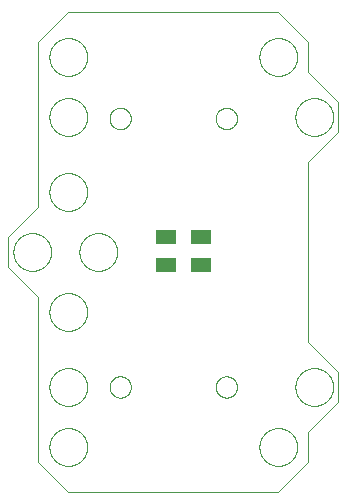
<source format=gbp>
G75*
%MOIN*%
%OFA0B0*%
%FSLAX25Y25*%
%IPPOS*%
%LPD*%
%AMOC8*
5,1,8,0,0,1.08239X$1,22.5*
%
%ADD10C,0.00000*%
%ADD11R,0.07087X0.04724*%
D10*
X0097595Y0028933D02*
X0107595Y0018933D01*
X0177595Y0018933D01*
X0187595Y0028933D01*
X0187595Y0038933D01*
X0197595Y0048933D01*
X0197595Y0058933D01*
X0187595Y0068933D01*
X0187595Y0128933D01*
X0197595Y0138933D01*
X0197595Y0148933D01*
X0187595Y0158933D01*
X0187595Y0168933D01*
X0177595Y0178933D01*
X0107556Y0178894D01*
X0097595Y0168894D01*
X0097595Y0113933D01*
X0087595Y0103933D01*
X0087595Y0093933D01*
X0097595Y0083933D01*
X0097595Y0028933D01*
X0101296Y0033933D02*
X0101298Y0034091D01*
X0101304Y0034249D01*
X0101314Y0034407D01*
X0101328Y0034565D01*
X0101346Y0034722D01*
X0101367Y0034879D01*
X0101393Y0035035D01*
X0101423Y0035191D01*
X0101456Y0035346D01*
X0101494Y0035499D01*
X0101535Y0035652D01*
X0101580Y0035804D01*
X0101629Y0035955D01*
X0101682Y0036104D01*
X0101738Y0036252D01*
X0101798Y0036398D01*
X0101862Y0036543D01*
X0101930Y0036686D01*
X0102001Y0036828D01*
X0102075Y0036968D01*
X0102153Y0037105D01*
X0102235Y0037241D01*
X0102319Y0037375D01*
X0102408Y0037506D01*
X0102499Y0037635D01*
X0102594Y0037762D01*
X0102691Y0037887D01*
X0102792Y0038009D01*
X0102896Y0038128D01*
X0103003Y0038245D01*
X0103113Y0038359D01*
X0103226Y0038470D01*
X0103341Y0038579D01*
X0103459Y0038684D01*
X0103580Y0038786D01*
X0103703Y0038886D01*
X0103829Y0038982D01*
X0103957Y0039075D01*
X0104087Y0039165D01*
X0104220Y0039251D01*
X0104355Y0039335D01*
X0104491Y0039414D01*
X0104630Y0039491D01*
X0104771Y0039563D01*
X0104913Y0039633D01*
X0105057Y0039698D01*
X0105203Y0039760D01*
X0105350Y0039818D01*
X0105499Y0039873D01*
X0105649Y0039924D01*
X0105800Y0039971D01*
X0105952Y0040014D01*
X0106105Y0040053D01*
X0106260Y0040089D01*
X0106415Y0040120D01*
X0106571Y0040148D01*
X0106727Y0040172D01*
X0106884Y0040192D01*
X0107042Y0040208D01*
X0107199Y0040220D01*
X0107358Y0040228D01*
X0107516Y0040232D01*
X0107674Y0040232D01*
X0107832Y0040228D01*
X0107991Y0040220D01*
X0108148Y0040208D01*
X0108306Y0040192D01*
X0108463Y0040172D01*
X0108619Y0040148D01*
X0108775Y0040120D01*
X0108930Y0040089D01*
X0109085Y0040053D01*
X0109238Y0040014D01*
X0109390Y0039971D01*
X0109541Y0039924D01*
X0109691Y0039873D01*
X0109840Y0039818D01*
X0109987Y0039760D01*
X0110133Y0039698D01*
X0110277Y0039633D01*
X0110419Y0039563D01*
X0110560Y0039491D01*
X0110699Y0039414D01*
X0110835Y0039335D01*
X0110970Y0039251D01*
X0111103Y0039165D01*
X0111233Y0039075D01*
X0111361Y0038982D01*
X0111487Y0038886D01*
X0111610Y0038786D01*
X0111731Y0038684D01*
X0111849Y0038579D01*
X0111964Y0038470D01*
X0112077Y0038359D01*
X0112187Y0038245D01*
X0112294Y0038128D01*
X0112398Y0038009D01*
X0112499Y0037887D01*
X0112596Y0037762D01*
X0112691Y0037635D01*
X0112782Y0037506D01*
X0112871Y0037375D01*
X0112955Y0037241D01*
X0113037Y0037105D01*
X0113115Y0036968D01*
X0113189Y0036828D01*
X0113260Y0036686D01*
X0113328Y0036543D01*
X0113392Y0036398D01*
X0113452Y0036252D01*
X0113508Y0036104D01*
X0113561Y0035955D01*
X0113610Y0035804D01*
X0113655Y0035652D01*
X0113696Y0035499D01*
X0113734Y0035346D01*
X0113767Y0035191D01*
X0113797Y0035035D01*
X0113823Y0034879D01*
X0113844Y0034722D01*
X0113862Y0034565D01*
X0113876Y0034407D01*
X0113886Y0034249D01*
X0113892Y0034091D01*
X0113894Y0033933D01*
X0113892Y0033775D01*
X0113886Y0033617D01*
X0113876Y0033459D01*
X0113862Y0033301D01*
X0113844Y0033144D01*
X0113823Y0032987D01*
X0113797Y0032831D01*
X0113767Y0032675D01*
X0113734Y0032520D01*
X0113696Y0032367D01*
X0113655Y0032214D01*
X0113610Y0032062D01*
X0113561Y0031911D01*
X0113508Y0031762D01*
X0113452Y0031614D01*
X0113392Y0031468D01*
X0113328Y0031323D01*
X0113260Y0031180D01*
X0113189Y0031038D01*
X0113115Y0030898D01*
X0113037Y0030761D01*
X0112955Y0030625D01*
X0112871Y0030491D01*
X0112782Y0030360D01*
X0112691Y0030231D01*
X0112596Y0030104D01*
X0112499Y0029979D01*
X0112398Y0029857D01*
X0112294Y0029738D01*
X0112187Y0029621D01*
X0112077Y0029507D01*
X0111964Y0029396D01*
X0111849Y0029287D01*
X0111731Y0029182D01*
X0111610Y0029080D01*
X0111487Y0028980D01*
X0111361Y0028884D01*
X0111233Y0028791D01*
X0111103Y0028701D01*
X0110970Y0028615D01*
X0110835Y0028531D01*
X0110699Y0028452D01*
X0110560Y0028375D01*
X0110419Y0028303D01*
X0110277Y0028233D01*
X0110133Y0028168D01*
X0109987Y0028106D01*
X0109840Y0028048D01*
X0109691Y0027993D01*
X0109541Y0027942D01*
X0109390Y0027895D01*
X0109238Y0027852D01*
X0109085Y0027813D01*
X0108930Y0027777D01*
X0108775Y0027746D01*
X0108619Y0027718D01*
X0108463Y0027694D01*
X0108306Y0027674D01*
X0108148Y0027658D01*
X0107991Y0027646D01*
X0107832Y0027638D01*
X0107674Y0027634D01*
X0107516Y0027634D01*
X0107358Y0027638D01*
X0107199Y0027646D01*
X0107042Y0027658D01*
X0106884Y0027674D01*
X0106727Y0027694D01*
X0106571Y0027718D01*
X0106415Y0027746D01*
X0106260Y0027777D01*
X0106105Y0027813D01*
X0105952Y0027852D01*
X0105800Y0027895D01*
X0105649Y0027942D01*
X0105499Y0027993D01*
X0105350Y0028048D01*
X0105203Y0028106D01*
X0105057Y0028168D01*
X0104913Y0028233D01*
X0104771Y0028303D01*
X0104630Y0028375D01*
X0104491Y0028452D01*
X0104355Y0028531D01*
X0104220Y0028615D01*
X0104087Y0028701D01*
X0103957Y0028791D01*
X0103829Y0028884D01*
X0103703Y0028980D01*
X0103580Y0029080D01*
X0103459Y0029182D01*
X0103341Y0029287D01*
X0103226Y0029396D01*
X0103113Y0029507D01*
X0103003Y0029621D01*
X0102896Y0029738D01*
X0102792Y0029857D01*
X0102691Y0029979D01*
X0102594Y0030104D01*
X0102499Y0030231D01*
X0102408Y0030360D01*
X0102319Y0030491D01*
X0102235Y0030625D01*
X0102153Y0030761D01*
X0102075Y0030898D01*
X0102001Y0031038D01*
X0101930Y0031180D01*
X0101862Y0031323D01*
X0101798Y0031468D01*
X0101738Y0031614D01*
X0101682Y0031762D01*
X0101629Y0031911D01*
X0101580Y0032062D01*
X0101535Y0032214D01*
X0101494Y0032367D01*
X0101456Y0032520D01*
X0101423Y0032675D01*
X0101393Y0032831D01*
X0101367Y0032987D01*
X0101346Y0033144D01*
X0101328Y0033301D01*
X0101314Y0033459D01*
X0101304Y0033617D01*
X0101298Y0033775D01*
X0101296Y0033933D01*
X0101296Y0053933D02*
X0101298Y0054091D01*
X0101304Y0054249D01*
X0101314Y0054407D01*
X0101328Y0054565D01*
X0101346Y0054722D01*
X0101367Y0054879D01*
X0101393Y0055035D01*
X0101423Y0055191D01*
X0101456Y0055346D01*
X0101494Y0055499D01*
X0101535Y0055652D01*
X0101580Y0055804D01*
X0101629Y0055955D01*
X0101682Y0056104D01*
X0101738Y0056252D01*
X0101798Y0056398D01*
X0101862Y0056543D01*
X0101930Y0056686D01*
X0102001Y0056828D01*
X0102075Y0056968D01*
X0102153Y0057105D01*
X0102235Y0057241D01*
X0102319Y0057375D01*
X0102408Y0057506D01*
X0102499Y0057635D01*
X0102594Y0057762D01*
X0102691Y0057887D01*
X0102792Y0058009D01*
X0102896Y0058128D01*
X0103003Y0058245D01*
X0103113Y0058359D01*
X0103226Y0058470D01*
X0103341Y0058579D01*
X0103459Y0058684D01*
X0103580Y0058786D01*
X0103703Y0058886D01*
X0103829Y0058982D01*
X0103957Y0059075D01*
X0104087Y0059165D01*
X0104220Y0059251D01*
X0104355Y0059335D01*
X0104491Y0059414D01*
X0104630Y0059491D01*
X0104771Y0059563D01*
X0104913Y0059633D01*
X0105057Y0059698D01*
X0105203Y0059760D01*
X0105350Y0059818D01*
X0105499Y0059873D01*
X0105649Y0059924D01*
X0105800Y0059971D01*
X0105952Y0060014D01*
X0106105Y0060053D01*
X0106260Y0060089D01*
X0106415Y0060120D01*
X0106571Y0060148D01*
X0106727Y0060172D01*
X0106884Y0060192D01*
X0107042Y0060208D01*
X0107199Y0060220D01*
X0107358Y0060228D01*
X0107516Y0060232D01*
X0107674Y0060232D01*
X0107832Y0060228D01*
X0107991Y0060220D01*
X0108148Y0060208D01*
X0108306Y0060192D01*
X0108463Y0060172D01*
X0108619Y0060148D01*
X0108775Y0060120D01*
X0108930Y0060089D01*
X0109085Y0060053D01*
X0109238Y0060014D01*
X0109390Y0059971D01*
X0109541Y0059924D01*
X0109691Y0059873D01*
X0109840Y0059818D01*
X0109987Y0059760D01*
X0110133Y0059698D01*
X0110277Y0059633D01*
X0110419Y0059563D01*
X0110560Y0059491D01*
X0110699Y0059414D01*
X0110835Y0059335D01*
X0110970Y0059251D01*
X0111103Y0059165D01*
X0111233Y0059075D01*
X0111361Y0058982D01*
X0111487Y0058886D01*
X0111610Y0058786D01*
X0111731Y0058684D01*
X0111849Y0058579D01*
X0111964Y0058470D01*
X0112077Y0058359D01*
X0112187Y0058245D01*
X0112294Y0058128D01*
X0112398Y0058009D01*
X0112499Y0057887D01*
X0112596Y0057762D01*
X0112691Y0057635D01*
X0112782Y0057506D01*
X0112871Y0057375D01*
X0112955Y0057241D01*
X0113037Y0057105D01*
X0113115Y0056968D01*
X0113189Y0056828D01*
X0113260Y0056686D01*
X0113328Y0056543D01*
X0113392Y0056398D01*
X0113452Y0056252D01*
X0113508Y0056104D01*
X0113561Y0055955D01*
X0113610Y0055804D01*
X0113655Y0055652D01*
X0113696Y0055499D01*
X0113734Y0055346D01*
X0113767Y0055191D01*
X0113797Y0055035D01*
X0113823Y0054879D01*
X0113844Y0054722D01*
X0113862Y0054565D01*
X0113876Y0054407D01*
X0113886Y0054249D01*
X0113892Y0054091D01*
X0113894Y0053933D01*
X0113892Y0053775D01*
X0113886Y0053617D01*
X0113876Y0053459D01*
X0113862Y0053301D01*
X0113844Y0053144D01*
X0113823Y0052987D01*
X0113797Y0052831D01*
X0113767Y0052675D01*
X0113734Y0052520D01*
X0113696Y0052367D01*
X0113655Y0052214D01*
X0113610Y0052062D01*
X0113561Y0051911D01*
X0113508Y0051762D01*
X0113452Y0051614D01*
X0113392Y0051468D01*
X0113328Y0051323D01*
X0113260Y0051180D01*
X0113189Y0051038D01*
X0113115Y0050898D01*
X0113037Y0050761D01*
X0112955Y0050625D01*
X0112871Y0050491D01*
X0112782Y0050360D01*
X0112691Y0050231D01*
X0112596Y0050104D01*
X0112499Y0049979D01*
X0112398Y0049857D01*
X0112294Y0049738D01*
X0112187Y0049621D01*
X0112077Y0049507D01*
X0111964Y0049396D01*
X0111849Y0049287D01*
X0111731Y0049182D01*
X0111610Y0049080D01*
X0111487Y0048980D01*
X0111361Y0048884D01*
X0111233Y0048791D01*
X0111103Y0048701D01*
X0110970Y0048615D01*
X0110835Y0048531D01*
X0110699Y0048452D01*
X0110560Y0048375D01*
X0110419Y0048303D01*
X0110277Y0048233D01*
X0110133Y0048168D01*
X0109987Y0048106D01*
X0109840Y0048048D01*
X0109691Y0047993D01*
X0109541Y0047942D01*
X0109390Y0047895D01*
X0109238Y0047852D01*
X0109085Y0047813D01*
X0108930Y0047777D01*
X0108775Y0047746D01*
X0108619Y0047718D01*
X0108463Y0047694D01*
X0108306Y0047674D01*
X0108148Y0047658D01*
X0107991Y0047646D01*
X0107832Y0047638D01*
X0107674Y0047634D01*
X0107516Y0047634D01*
X0107358Y0047638D01*
X0107199Y0047646D01*
X0107042Y0047658D01*
X0106884Y0047674D01*
X0106727Y0047694D01*
X0106571Y0047718D01*
X0106415Y0047746D01*
X0106260Y0047777D01*
X0106105Y0047813D01*
X0105952Y0047852D01*
X0105800Y0047895D01*
X0105649Y0047942D01*
X0105499Y0047993D01*
X0105350Y0048048D01*
X0105203Y0048106D01*
X0105057Y0048168D01*
X0104913Y0048233D01*
X0104771Y0048303D01*
X0104630Y0048375D01*
X0104491Y0048452D01*
X0104355Y0048531D01*
X0104220Y0048615D01*
X0104087Y0048701D01*
X0103957Y0048791D01*
X0103829Y0048884D01*
X0103703Y0048980D01*
X0103580Y0049080D01*
X0103459Y0049182D01*
X0103341Y0049287D01*
X0103226Y0049396D01*
X0103113Y0049507D01*
X0103003Y0049621D01*
X0102896Y0049738D01*
X0102792Y0049857D01*
X0102691Y0049979D01*
X0102594Y0050104D01*
X0102499Y0050231D01*
X0102408Y0050360D01*
X0102319Y0050491D01*
X0102235Y0050625D01*
X0102153Y0050761D01*
X0102075Y0050898D01*
X0102001Y0051038D01*
X0101930Y0051180D01*
X0101862Y0051323D01*
X0101798Y0051468D01*
X0101738Y0051614D01*
X0101682Y0051762D01*
X0101629Y0051911D01*
X0101580Y0052062D01*
X0101535Y0052214D01*
X0101494Y0052367D01*
X0101456Y0052520D01*
X0101423Y0052675D01*
X0101393Y0052831D01*
X0101367Y0052987D01*
X0101346Y0053144D01*
X0101328Y0053301D01*
X0101314Y0053459D01*
X0101304Y0053617D01*
X0101298Y0053775D01*
X0101296Y0053933D01*
X0121345Y0053933D02*
X0121347Y0054052D01*
X0121353Y0054170D01*
X0121363Y0054288D01*
X0121377Y0054406D01*
X0121394Y0054523D01*
X0121416Y0054640D01*
X0121442Y0054756D01*
X0121471Y0054871D01*
X0121504Y0054985D01*
X0121541Y0055097D01*
X0121582Y0055209D01*
X0121627Y0055319D01*
X0121675Y0055427D01*
X0121727Y0055534D01*
X0121782Y0055639D01*
X0121841Y0055742D01*
X0121903Y0055843D01*
X0121968Y0055942D01*
X0122037Y0056039D01*
X0122109Y0056133D01*
X0122184Y0056225D01*
X0122262Y0056314D01*
X0122343Y0056401D01*
X0122427Y0056485D01*
X0122514Y0056566D01*
X0122603Y0056644D01*
X0122695Y0056719D01*
X0122789Y0056791D01*
X0122886Y0056860D01*
X0122985Y0056925D01*
X0123086Y0056987D01*
X0123189Y0057046D01*
X0123294Y0057101D01*
X0123401Y0057153D01*
X0123509Y0057201D01*
X0123619Y0057246D01*
X0123731Y0057287D01*
X0123843Y0057324D01*
X0123957Y0057357D01*
X0124072Y0057386D01*
X0124188Y0057412D01*
X0124305Y0057434D01*
X0124422Y0057451D01*
X0124540Y0057465D01*
X0124658Y0057475D01*
X0124776Y0057481D01*
X0124895Y0057483D01*
X0125014Y0057481D01*
X0125132Y0057475D01*
X0125250Y0057465D01*
X0125368Y0057451D01*
X0125485Y0057434D01*
X0125602Y0057412D01*
X0125718Y0057386D01*
X0125833Y0057357D01*
X0125947Y0057324D01*
X0126059Y0057287D01*
X0126171Y0057246D01*
X0126281Y0057201D01*
X0126389Y0057153D01*
X0126496Y0057101D01*
X0126601Y0057046D01*
X0126704Y0056987D01*
X0126805Y0056925D01*
X0126904Y0056860D01*
X0127001Y0056791D01*
X0127095Y0056719D01*
X0127187Y0056644D01*
X0127276Y0056566D01*
X0127363Y0056485D01*
X0127447Y0056401D01*
X0127528Y0056314D01*
X0127606Y0056225D01*
X0127681Y0056133D01*
X0127753Y0056039D01*
X0127822Y0055942D01*
X0127887Y0055843D01*
X0127949Y0055742D01*
X0128008Y0055639D01*
X0128063Y0055534D01*
X0128115Y0055427D01*
X0128163Y0055319D01*
X0128208Y0055209D01*
X0128249Y0055097D01*
X0128286Y0054985D01*
X0128319Y0054871D01*
X0128348Y0054756D01*
X0128374Y0054640D01*
X0128396Y0054523D01*
X0128413Y0054406D01*
X0128427Y0054288D01*
X0128437Y0054170D01*
X0128443Y0054052D01*
X0128445Y0053933D01*
X0128443Y0053814D01*
X0128437Y0053696D01*
X0128427Y0053578D01*
X0128413Y0053460D01*
X0128396Y0053343D01*
X0128374Y0053226D01*
X0128348Y0053110D01*
X0128319Y0052995D01*
X0128286Y0052881D01*
X0128249Y0052769D01*
X0128208Y0052657D01*
X0128163Y0052547D01*
X0128115Y0052439D01*
X0128063Y0052332D01*
X0128008Y0052227D01*
X0127949Y0052124D01*
X0127887Y0052023D01*
X0127822Y0051924D01*
X0127753Y0051827D01*
X0127681Y0051733D01*
X0127606Y0051641D01*
X0127528Y0051552D01*
X0127447Y0051465D01*
X0127363Y0051381D01*
X0127276Y0051300D01*
X0127187Y0051222D01*
X0127095Y0051147D01*
X0127001Y0051075D01*
X0126904Y0051006D01*
X0126805Y0050941D01*
X0126704Y0050879D01*
X0126601Y0050820D01*
X0126496Y0050765D01*
X0126389Y0050713D01*
X0126281Y0050665D01*
X0126171Y0050620D01*
X0126059Y0050579D01*
X0125947Y0050542D01*
X0125833Y0050509D01*
X0125718Y0050480D01*
X0125602Y0050454D01*
X0125485Y0050432D01*
X0125368Y0050415D01*
X0125250Y0050401D01*
X0125132Y0050391D01*
X0125014Y0050385D01*
X0124895Y0050383D01*
X0124776Y0050385D01*
X0124658Y0050391D01*
X0124540Y0050401D01*
X0124422Y0050415D01*
X0124305Y0050432D01*
X0124188Y0050454D01*
X0124072Y0050480D01*
X0123957Y0050509D01*
X0123843Y0050542D01*
X0123731Y0050579D01*
X0123619Y0050620D01*
X0123509Y0050665D01*
X0123401Y0050713D01*
X0123294Y0050765D01*
X0123189Y0050820D01*
X0123086Y0050879D01*
X0122985Y0050941D01*
X0122886Y0051006D01*
X0122789Y0051075D01*
X0122695Y0051147D01*
X0122603Y0051222D01*
X0122514Y0051300D01*
X0122427Y0051381D01*
X0122343Y0051465D01*
X0122262Y0051552D01*
X0122184Y0051641D01*
X0122109Y0051733D01*
X0122037Y0051827D01*
X0121968Y0051924D01*
X0121903Y0052023D01*
X0121841Y0052124D01*
X0121782Y0052227D01*
X0121727Y0052332D01*
X0121675Y0052439D01*
X0121627Y0052547D01*
X0121582Y0052657D01*
X0121541Y0052769D01*
X0121504Y0052881D01*
X0121471Y0052995D01*
X0121442Y0053110D01*
X0121416Y0053226D01*
X0121394Y0053343D01*
X0121377Y0053460D01*
X0121363Y0053578D01*
X0121353Y0053696D01*
X0121347Y0053814D01*
X0121345Y0053933D01*
X0101296Y0078933D02*
X0101298Y0079091D01*
X0101304Y0079249D01*
X0101314Y0079407D01*
X0101328Y0079565D01*
X0101346Y0079722D01*
X0101367Y0079879D01*
X0101393Y0080035D01*
X0101423Y0080191D01*
X0101456Y0080346D01*
X0101494Y0080499D01*
X0101535Y0080652D01*
X0101580Y0080804D01*
X0101629Y0080955D01*
X0101682Y0081104D01*
X0101738Y0081252D01*
X0101798Y0081398D01*
X0101862Y0081543D01*
X0101930Y0081686D01*
X0102001Y0081828D01*
X0102075Y0081968D01*
X0102153Y0082105D01*
X0102235Y0082241D01*
X0102319Y0082375D01*
X0102408Y0082506D01*
X0102499Y0082635D01*
X0102594Y0082762D01*
X0102691Y0082887D01*
X0102792Y0083009D01*
X0102896Y0083128D01*
X0103003Y0083245D01*
X0103113Y0083359D01*
X0103226Y0083470D01*
X0103341Y0083579D01*
X0103459Y0083684D01*
X0103580Y0083786D01*
X0103703Y0083886D01*
X0103829Y0083982D01*
X0103957Y0084075D01*
X0104087Y0084165D01*
X0104220Y0084251D01*
X0104355Y0084335D01*
X0104491Y0084414D01*
X0104630Y0084491D01*
X0104771Y0084563D01*
X0104913Y0084633D01*
X0105057Y0084698D01*
X0105203Y0084760D01*
X0105350Y0084818D01*
X0105499Y0084873D01*
X0105649Y0084924D01*
X0105800Y0084971D01*
X0105952Y0085014D01*
X0106105Y0085053D01*
X0106260Y0085089D01*
X0106415Y0085120D01*
X0106571Y0085148D01*
X0106727Y0085172D01*
X0106884Y0085192D01*
X0107042Y0085208D01*
X0107199Y0085220D01*
X0107358Y0085228D01*
X0107516Y0085232D01*
X0107674Y0085232D01*
X0107832Y0085228D01*
X0107991Y0085220D01*
X0108148Y0085208D01*
X0108306Y0085192D01*
X0108463Y0085172D01*
X0108619Y0085148D01*
X0108775Y0085120D01*
X0108930Y0085089D01*
X0109085Y0085053D01*
X0109238Y0085014D01*
X0109390Y0084971D01*
X0109541Y0084924D01*
X0109691Y0084873D01*
X0109840Y0084818D01*
X0109987Y0084760D01*
X0110133Y0084698D01*
X0110277Y0084633D01*
X0110419Y0084563D01*
X0110560Y0084491D01*
X0110699Y0084414D01*
X0110835Y0084335D01*
X0110970Y0084251D01*
X0111103Y0084165D01*
X0111233Y0084075D01*
X0111361Y0083982D01*
X0111487Y0083886D01*
X0111610Y0083786D01*
X0111731Y0083684D01*
X0111849Y0083579D01*
X0111964Y0083470D01*
X0112077Y0083359D01*
X0112187Y0083245D01*
X0112294Y0083128D01*
X0112398Y0083009D01*
X0112499Y0082887D01*
X0112596Y0082762D01*
X0112691Y0082635D01*
X0112782Y0082506D01*
X0112871Y0082375D01*
X0112955Y0082241D01*
X0113037Y0082105D01*
X0113115Y0081968D01*
X0113189Y0081828D01*
X0113260Y0081686D01*
X0113328Y0081543D01*
X0113392Y0081398D01*
X0113452Y0081252D01*
X0113508Y0081104D01*
X0113561Y0080955D01*
X0113610Y0080804D01*
X0113655Y0080652D01*
X0113696Y0080499D01*
X0113734Y0080346D01*
X0113767Y0080191D01*
X0113797Y0080035D01*
X0113823Y0079879D01*
X0113844Y0079722D01*
X0113862Y0079565D01*
X0113876Y0079407D01*
X0113886Y0079249D01*
X0113892Y0079091D01*
X0113894Y0078933D01*
X0113892Y0078775D01*
X0113886Y0078617D01*
X0113876Y0078459D01*
X0113862Y0078301D01*
X0113844Y0078144D01*
X0113823Y0077987D01*
X0113797Y0077831D01*
X0113767Y0077675D01*
X0113734Y0077520D01*
X0113696Y0077367D01*
X0113655Y0077214D01*
X0113610Y0077062D01*
X0113561Y0076911D01*
X0113508Y0076762D01*
X0113452Y0076614D01*
X0113392Y0076468D01*
X0113328Y0076323D01*
X0113260Y0076180D01*
X0113189Y0076038D01*
X0113115Y0075898D01*
X0113037Y0075761D01*
X0112955Y0075625D01*
X0112871Y0075491D01*
X0112782Y0075360D01*
X0112691Y0075231D01*
X0112596Y0075104D01*
X0112499Y0074979D01*
X0112398Y0074857D01*
X0112294Y0074738D01*
X0112187Y0074621D01*
X0112077Y0074507D01*
X0111964Y0074396D01*
X0111849Y0074287D01*
X0111731Y0074182D01*
X0111610Y0074080D01*
X0111487Y0073980D01*
X0111361Y0073884D01*
X0111233Y0073791D01*
X0111103Y0073701D01*
X0110970Y0073615D01*
X0110835Y0073531D01*
X0110699Y0073452D01*
X0110560Y0073375D01*
X0110419Y0073303D01*
X0110277Y0073233D01*
X0110133Y0073168D01*
X0109987Y0073106D01*
X0109840Y0073048D01*
X0109691Y0072993D01*
X0109541Y0072942D01*
X0109390Y0072895D01*
X0109238Y0072852D01*
X0109085Y0072813D01*
X0108930Y0072777D01*
X0108775Y0072746D01*
X0108619Y0072718D01*
X0108463Y0072694D01*
X0108306Y0072674D01*
X0108148Y0072658D01*
X0107991Y0072646D01*
X0107832Y0072638D01*
X0107674Y0072634D01*
X0107516Y0072634D01*
X0107358Y0072638D01*
X0107199Y0072646D01*
X0107042Y0072658D01*
X0106884Y0072674D01*
X0106727Y0072694D01*
X0106571Y0072718D01*
X0106415Y0072746D01*
X0106260Y0072777D01*
X0106105Y0072813D01*
X0105952Y0072852D01*
X0105800Y0072895D01*
X0105649Y0072942D01*
X0105499Y0072993D01*
X0105350Y0073048D01*
X0105203Y0073106D01*
X0105057Y0073168D01*
X0104913Y0073233D01*
X0104771Y0073303D01*
X0104630Y0073375D01*
X0104491Y0073452D01*
X0104355Y0073531D01*
X0104220Y0073615D01*
X0104087Y0073701D01*
X0103957Y0073791D01*
X0103829Y0073884D01*
X0103703Y0073980D01*
X0103580Y0074080D01*
X0103459Y0074182D01*
X0103341Y0074287D01*
X0103226Y0074396D01*
X0103113Y0074507D01*
X0103003Y0074621D01*
X0102896Y0074738D01*
X0102792Y0074857D01*
X0102691Y0074979D01*
X0102594Y0075104D01*
X0102499Y0075231D01*
X0102408Y0075360D01*
X0102319Y0075491D01*
X0102235Y0075625D01*
X0102153Y0075761D01*
X0102075Y0075898D01*
X0102001Y0076038D01*
X0101930Y0076180D01*
X0101862Y0076323D01*
X0101798Y0076468D01*
X0101738Y0076614D01*
X0101682Y0076762D01*
X0101629Y0076911D01*
X0101580Y0077062D01*
X0101535Y0077214D01*
X0101494Y0077367D01*
X0101456Y0077520D01*
X0101423Y0077675D01*
X0101393Y0077831D01*
X0101367Y0077987D01*
X0101346Y0078144D01*
X0101328Y0078301D01*
X0101314Y0078459D01*
X0101304Y0078617D01*
X0101298Y0078775D01*
X0101296Y0078933D01*
X0089296Y0098933D02*
X0089298Y0099091D01*
X0089304Y0099249D01*
X0089314Y0099407D01*
X0089328Y0099565D01*
X0089346Y0099722D01*
X0089367Y0099879D01*
X0089393Y0100035D01*
X0089423Y0100191D01*
X0089456Y0100346D01*
X0089494Y0100499D01*
X0089535Y0100652D01*
X0089580Y0100804D01*
X0089629Y0100955D01*
X0089682Y0101104D01*
X0089738Y0101252D01*
X0089798Y0101398D01*
X0089862Y0101543D01*
X0089930Y0101686D01*
X0090001Y0101828D01*
X0090075Y0101968D01*
X0090153Y0102105D01*
X0090235Y0102241D01*
X0090319Y0102375D01*
X0090408Y0102506D01*
X0090499Y0102635D01*
X0090594Y0102762D01*
X0090691Y0102887D01*
X0090792Y0103009D01*
X0090896Y0103128D01*
X0091003Y0103245D01*
X0091113Y0103359D01*
X0091226Y0103470D01*
X0091341Y0103579D01*
X0091459Y0103684D01*
X0091580Y0103786D01*
X0091703Y0103886D01*
X0091829Y0103982D01*
X0091957Y0104075D01*
X0092087Y0104165D01*
X0092220Y0104251D01*
X0092355Y0104335D01*
X0092491Y0104414D01*
X0092630Y0104491D01*
X0092771Y0104563D01*
X0092913Y0104633D01*
X0093057Y0104698D01*
X0093203Y0104760D01*
X0093350Y0104818D01*
X0093499Y0104873D01*
X0093649Y0104924D01*
X0093800Y0104971D01*
X0093952Y0105014D01*
X0094105Y0105053D01*
X0094260Y0105089D01*
X0094415Y0105120D01*
X0094571Y0105148D01*
X0094727Y0105172D01*
X0094884Y0105192D01*
X0095042Y0105208D01*
X0095199Y0105220D01*
X0095358Y0105228D01*
X0095516Y0105232D01*
X0095674Y0105232D01*
X0095832Y0105228D01*
X0095991Y0105220D01*
X0096148Y0105208D01*
X0096306Y0105192D01*
X0096463Y0105172D01*
X0096619Y0105148D01*
X0096775Y0105120D01*
X0096930Y0105089D01*
X0097085Y0105053D01*
X0097238Y0105014D01*
X0097390Y0104971D01*
X0097541Y0104924D01*
X0097691Y0104873D01*
X0097840Y0104818D01*
X0097987Y0104760D01*
X0098133Y0104698D01*
X0098277Y0104633D01*
X0098419Y0104563D01*
X0098560Y0104491D01*
X0098699Y0104414D01*
X0098835Y0104335D01*
X0098970Y0104251D01*
X0099103Y0104165D01*
X0099233Y0104075D01*
X0099361Y0103982D01*
X0099487Y0103886D01*
X0099610Y0103786D01*
X0099731Y0103684D01*
X0099849Y0103579D01*
X0099964Y0103470D01*
X0100077Y0103359D01*
X0100187Y0103245D01*
X0100294Y0103128D01*
X0100398Y0103009D01*
X0100499Y0102887D01*
X0100596Y0102762D01*
X0100691Y0102635D01*
X0100782Y0102506D01*
X0100871Y0102375D01*
X0100955Y0102241D01*
X0101037Y0102105D01*
X0101115Y0101968D01*
X0101189Y0101828D01*
X0101260Y0101686D01*
X0101328Y0101543D01*
X0101392Y0101398D01*
X0101452Y0101252D01*
X0101508Y0101104D01*
X0101561Y0100955D01*
X0101610Y0100804D01*
X0101655Y0100652D01*
X0101696Y0100499D01*
X0101734Y0100346D01*
X0101767Y0100191D01*
X0101797Y0100035D01*
X0101823Y0099879D01*
X0101844Y0099722D01*
X0101862Y0099565D01*
X0101876Y0099407D01*
X0101886Y0099249D01*
X0101892Y0099091D01*
X0101894Y0098933D01*
X0101892Y0098775D01*
X0101886Y0098617D01*
X0101876Y0098459D01*
X0101862Y0098301D01*
X0101844Y0098144D01*
X0101823Y0097987D01*
X0101797Y0097831D01*
X0101767Y0097675D01*
X0101734Y0097520D01*
X0101696Y0097367D01*
X0101655Y0097214D01*
X0101610Y0097062D01*
X0101561Y0096911D01*
X0101508Y0096762D01*
X0101452Y0096614D01*
X0101392Y0096468D01*
X0101328Y0096323D01*
X0101260Y0096180D01*
X0101189Y0096038D01*
X0101115Y0095898D01*
X0101037Y0095761D01*
X0100955Y0095625D01*
X0100871Y0095491D01*
X0100782Y0095360D01*
X0100691Y0095231D01*
X0100596Y0095104D01*
X0100499Y0094979D01*
X0100398Y0094857D01*
X0100294Y0094738D01*
X0100187Y0094621D01*
X0100077Y0094507D01*
X0099964Y0094396D01*
X0099849Y0094287D01*
X0099731Y0094182D01*
X0099610Y0094080D01*
X0099487Y0093980D01*
X0099361Y0093884D01*
X0099233Y0093791D01*
X0099103Y0093701D01*
X0098970Y0093615D01*
X0098835Y0093531D01*
X0098699Y0093452D01*
X0098560Y0093375D01*
X0098419Y0093303D01*
X0098277Y0093233D01*
X0098133Y0093168D01*
X0097987Y0093106D01*
X0097840Y0093048D01*
X0097691Y0092993D01*
X0097541Y0092942D01*
X0097390Y0092895D01*
X0097238Y0092852D01*
X0097085Y0092813D01*
X0096930Y0092777D01*
X0096775Y0092746D01*
X0096619Y0092718D01*
X0096463Y0092694D01*
X0096306Y0092674D01*
X0096148Y0092658D01*
X0095991Y0092646D01*
X0095832Y0092638D01*
X0095674Y0092634D01*
X0095516Y0092634D01*
X0095358Y0092638D01*
X0095199Y0092646D01*
X0095042Y0092658D01*
X0094884Y0092674D01*
X0094727Y0092694D01*
X0094571Y0092718D01*
X0094415Y0092746D01*
X0094260Y0092777D01*
X0094105Y0092813D01*
X0093952Y0092852D01*
X0093800Y0092895D01*
X0093649Y0092942D01*
X0093499Y0092993D01*
X0093350Y0093048D01*
X0093203Y0093106D01*
X0093057Y0093168D01*
X0092913Y0093233D01*
X0092771Y0093303D01*
X0092630Y0093375D01*
X0092491Y0093452D01*
X0092355Y0093531D01*
X0092220Y0093615D01*
X0092087Y0093701D01*
X0091957Y0093791D01*
X0091829Y0093884D01*
X0091703Y0093980D01*
X0091580Y0094080D01*
X0091459Y0094182D01*
X0091341Y0094287D01*
X0091226Y0094396D01*
X0091113Y0094507D01*
X0091003Y0094621D01*
X0090896Y0094738D01*
X0090792Y0094857D01*
X0090691Y0094979D01*
X0090594Y0095104D01*
X0090499Y0095231D01*
X0090408Y0095360D01*
X0090319Y0095491D01*
X0090235Y0095625D01*
X0090153Y0095761D01*
X0090075Y0095898D01*
X0090001Y0096038D01*
X0089930Y0096180D01*
X0089862Y0096323D01*
X0089798Y0096468D01*
X0089738Y0096614D01*
X0089682Y0096762D01*
X0089629Y0096911D01*
X0089580Y0097062D01*
X0089535Y0097214D01*
X0089494Y0097367D01*
X0089456Y0097520D01*
X0089423Y0097675D01*
X0089393Y0097831D01*
X0089367Y0097987D01*
X0089346Y0098144D01*
X0089328Y0098301D01*
X0089314Y0098459D01*
X0089304Y0098617D01*
X0089298Y0098775D01*
X0089296Y0098933D01*
X0101296Y0118933D02*
X0101298Y0119091D01*
X0101304Y0119249D01*
X0101314Y0119407D01*
X0101328Y0119565D01*
X0101346Y0119722D01*
X0101367Y0119879D01*
X0101393Y0120035D01*
X0101423Y0120191D01*
X0101456Y0120346D01*
X0101494Y0120499D01*
X0101535Y0120652D01*
X0101580Y0120804D01*
X0101629Y0120955D01*
X0101682Y0121104D01*
X0101738Y0121252D01*
X0101798Y0121398D01*
X0101862Y0121543D01*
X0101930Y0121686D01*
X0102001Y0121828D01*
X0102075Y0121968D01*
X0102153Y0122105D01*
X0102235Y0122241D01*
X0102319Y0122375D01*
X0102408Y0122506D01*
X0102499Y0122635D01*
X0102594Y0122762D01*
X0102691Y0122887D01*
X0102792Y0123009D01*
X0102896Y0123128D01*
X0103003Y0123245D01*
X0103113Y0123359D01*
X0103226Y0123470D01*
X0103341Y0123579D01*
X0103459Y0123684D01*
X0103580Y0123786D01*
X0103703Y0123886D01*
X0103829Y0123982D01*
X0103957Y0124075D01*
X0104087Y0124165D01*
X0104220Y0124251D01*
X0104355Y0124335D01*
X0104491Y0124414D01*
X0104630Y0124491D01*
X0104771Y0124563D01*
X0104913Y0124633D01*
X0105057Y0124698D01*
X0105203Y0124760D01*
X0105350Y0124818D01*
X0105499Y0124873D01*
X0105649Y0124924D01*
X0105800Y0124971D01*
X0105952Y0125014D01*
X0106105Y0125053D01*
X0106260Y0125089D01*
X0106415Y0125120D01*
X0106571Y0125148D01*
X0106727Y0125172D01*
X0106884Y0125192D01*
X0107042Y0125208D01*
X0107199Y0125220D01*
X0107358Y0125228D01*
X0107516Y0125232D01*
X0107674Y0125232D01*
X0107832Y0125228D01*
X0107991Y0125220D01*
X0108148Y0125208D01*
X0108306Y0125192D01*
X0108463Y0125172D01*
X0108619Y0125148D01*
X0108775Y0125120D01*
X0108930Y0125089D01*
X0109085Y0125053D01*
X0109238Y0125014D01*
X0109390Y0124971D01*
X0109541Y0124924D01*
X0109691Y0124873D01*
X0109840Y0124818D01*
X0109987Y0124760D01*
X0110133Y0124698D01*
X0110277Y0124633D01*
X0110419Y0124563D01*
X0110560Y0124491D01*
X0110699Y0124414D01*
X0110835Y0124335D01*
X0110970Y0124251D01*
X0111103Y0124165D01*
X0111233Y0124075D01*
X0111361Y0123982D01*
X0111487Y0123886D01*
X0111610Y0123786D01*
X0111731Y0123684D01*
X0111849Y0123579D01*
X0111964Y0123470D01*
X0112077Y0123359D01*
X0112187Y0123245D01*
X0112294Y0123128D01*
X0112398Y0123009D01*
X0112499Y0122887D01*
X0112596Y0122762D01*
X0112691Y0122635D01*
X0112782Y0122506D01*
X0112871Y0122375D01*
X0112955Y0122241D01*
X0113037Y0122105D01*
X0113115Y0121968D01*
X0113189Y0121828D01*
X0113260Y0121686D01*
X0113328Y0121543D01*
X0113392Y0121398D01*
X0113452Y0121252D01*
X0113508Y0121104D01*
X0113561Y0120955D01*
X0113610Y0120804D01*
X0113655Y0120652D01*
X0113696Y0120499D01*
X0113734Y0120346D01*
X0113767Y0120191D01*
X0113797Y0120035D01*
X0113823Y0119879D01*
X0113844Y0119722D01*
X0113862Y0119565D01*
X0113876Y0119407D01*
X0113886Y0119249D01*
X0113892Y0119091D01*
X0113894Y0118933D01*
X0113892Y0118775D01*
X0113886Y0118617D01*
X0113876Y0118459D01*
X0113862Y0118301D01*
X0113844Y0118144D01*
X0113823Y0117987D01*
X0113797Y0117831D01*
X0113767Y0117675D01*
X0113734Y0117520D01*
X0113696Y0117367D01*
X0113655Y0117214D01*
X0113610Y0117062D01*
X0113561Y0116911D01*
X0113508Y0116762D01*
X0113452Y0116614D01*
X0113392Y0116468D01*
X0113328Y0116323D01*
X0113260Y0116180D01*
X0113189Y0116038D01*
X0113115Y0115898D01*
X0113037Y0115761D01*
X0112955Y0115625D01*
X0112871Y0115491D01*
X0112782Y0115360D01*
X0112691Y0115231D01*
X0112596Y0115104D01*
X0112499Y0114979D01*
X0112398Y0114857D01*
X0112294Y0114738D01*
X0112187Y0114621D01*
X0112077Y0114507D01*
X0111964Y0114396D01*
X0111849Y0114287D01*
X0111731Y0114182D01*
X0111610Y0114080D01*
X0111487Y0113980D01*
X0111361Y0113884D01*
X0111233Y0113791D01*
X0111103Y0113701D01*
X0110970Y0113615D01*
X0110835Y0113531D01*
X0110699Y0113452D01*
X0110560Y0113375D01*
X0110419Y0113303D01*
X0110277Y0113233D01*
X0110133Y0113168D01*
X0109987Y0113106D01*
X0109840Y0113048D01*
X0109691Y0112993D01*
X0109541Y0112942D01*
X0109390Y0112895D01*
X0109238Y0112852D01*
X0109085Y0112813D01*
X0108930Y0112777D01*
X0108775Y0112746D01*
X0108619Y0112718D01*
X0108463Y0112694D01*
X0108306Y0112674D01*
X0108148Y0112658D01*
X0107991Y0112646D01*
X0107832Y0112638D01*
X0107674Y0112634D01*
X0107516Y0112634D01*
X0107358Y0112638D01*
X0107199Y0112646D01*
X0107042Y0112658D01*
X0106884Y0112674D01*
X0106727Y0112694D01*
X0106571Y0112718D01*
X0106415Y0112746D01*
X0106260Y0112777D01*
X0106105Y0112813D01*
X0105952Y0112852D01*
X0105800Y0112895D01*
X0105649Y0112942D01*
X0105499Y0112993D01*
X0105350Y0113048D01*
X0105203Y0113106D01*
X0105057Y0113168D01*
X0104913Y0113233D01*
X0104771Y0113303D01*
X0104630Y0113375D01*
X0104491Y0113452D01*
X0104355Y0113531D01*
X0104220Y0113615D01*
X0104087Y0113701D01*
X0103957Y0113791D01*
X0103829Y0113884D01*
X0103703Y0113980D01*
X0103580Y0114080D01*
X0103459Y0114182D01*
X0103341Y0114287D01*
X0103226Y0114396D01*
X0103113Y0114507D01*
X0103003Y0114621D01*
X0102896Y0114738D01*
X0102792Y0114857D01*
X0102691Y0114979D01*
X0102594Y0115104D01*
X0102499Y0115231D01*
X0102408Y0115360D01*
X0102319Y0115491D01*
X0102235Y0115625D01*
X0102153Y0115761D01*
X0102075Y0115898D01*
X0102001Y0116038D01*
X0101930Y0116180D01*
X0101862Y0116323D01*
X0101798Y0116468D01*
X0101738Y0116614D01*
X0101682Y0116762D01*
X0101629Y0116911D01*
X0101580Y0117062D01*
X0101535Y0117214D01*
X0101494Y0117367D01*
X0101456Y0117520D01*
X0101423Y0117675D01*
X0101393Y0117831D01*
X0101367Y0117987D01*
X0101346Y0118144D01*
X0101328Y0118301D01*
X0101314Y0118459D01*
X0101304Y0118617D01*
X0101298Y0118775D01*
X0101296Y0118933D01*
X0111296Y0098933D02*
X0111298Y0099091D01*
X0111304Y0099249D01*
X0111314Y0099407D01*
X0111328Y0099565D01*
X0111346Y0099722D01*
X0111367Y0099879D01*
X0111393Y0100035D01*
X0111423Y0100191D01*
X0111456Y0100346D01*
X0111494Y0100499D01*
X0111535Y0100652D01*
X0111580Y0100804D01*
X0111629Y0100955D01*
X0111682Y0101104D01*
X0111738Y0101252D01*
X0111798Y0101398D01*
X0111862Y0101543D01*
X0111930Y0101686D01*
X0112001Y0101828D01*
X0112075Y0101968D01*
X0112153Y0102105D01*
X0112235Y0102241D01*
X0112319Y0102375D01*
X0112408Y0102506D01*
X0112499Y0102635D01*
X0112594Y0102762D01*
X0112691Y0102887D01*
X0112792Y0103009D01*
X0112896Y0103128D01*
X0113003Y0103245D01*
X0113113Y0103359D01*
X0113226Y0103470D01*
X0113341Y0103579D01*
X0113459Y0103684D01*
X0113580Y0103786D01*
X0113703Y0103886D01*
X0113829Y0103982D01*
X0113957Y0104075D01*
X0114087Y0104165D01*
X0114220Y0104251D01*
X0114355Y0104335D01*
X0114491Y0104414D01*
X0114630Y0104491D01*
X0114771Y0104563D01*
X0114913Y0104633D01*
X0115057Y0104698D01*
X0115203Y0104760D01*
X0115350Y0104818D01*
X0115499Y0104873D01*
X0115649Y0104924D01*
X0115800Y0104971D01*
X0115952Y0105014D01*
X0116105Y0105053D01*
X0116260Y0105089D01*
X0116415Y0105120D01*
X0116571Y0105148D01*
X0116727Y0105172D01*
X0116884Y0105192D01*
X0117042Y0105208D01*
X0117199Y0105220D01*
X0117358Y0105228D01*
X0117516Y0105232D01*
X0117674Y0105232D01*
X0117832Y0105228D01*
X0117991Y0105220D01*
X0118148Y0105208D01*
X0118306Y0105192D01*
X0118463Y0105172D01*
X0118619Y0105148D01*
X0118775Y0105120D01*
X0118930Y0105089D01*
X0119085Y0105053D01*
X0119238Y0105014D01*
X0119390Y0104971D01*
X0119541Y0104924D01*
X0119691Y0104873D01*
X0119840Y0104818D01*
X0119987Y0104760D01*
X0120133Y0104698D01*
X0120277Y0104633D01*
X0120419Y0104563D01*
X0120560Y0104491D01*
X0120699Y0104414D01*
X0120835Y0104335D01*
X0120970Y0104251D01*
X0121103Y0104165D01*
X0121233Y0104075D01*
X0121361Y0103982D01*
X0121487Y0103886D01*
X0121610Y0103786D01*
X0121731Y0103684D01*
X0121849Y0103579D01*
X0121964Y0103470D01*
X0122077Y0103359D01*
X0122187Y0103245D01*
X0122294Y0103128D01*
X0122398Y0103009D01*
X0122499Y0102887D01*
X0122596Y0102762D01*
X0122691Y0102635D01*
X0122782Y0102506D01*
X0122871Y0102375D01*
X0122955Y0102241D01*
X0123037Y0102105D01*
X0123115Y0101968D01*
X0123189Y0101828D01*
X0123260Y0101686D01*
X0123328Y0101543D01*
X0123392Y0101398D01*
X0123452Y0101252D01*
X0123508Y0101104D01*
X0123561Y0100955D01*
X0123610Y0100804D01*
X0123655Y0100652D01*
X0123696Y0100499D01*
X0123734Y0100346D01*
X0123767Y0100191D01*
X0123797Y0100035D01*
X0123823Y0099879D01*
X0123844Y0099722D01*
X0123862Y0099565D01*
X0123876Y0099407D01*
X0123886Y0099249D01*
X0123892Y0099091D01*
X0123894Y0098933D01*
X0123892Y0098775D01*
X0123886Y0098617D01*
X0123876Y0098459D01*
X0123862Y0098301D01*
X0123844Y0098144D01*
X0123823Y0097987D01*
X0123797Y0097831D01*
X0123767Y0097675D01*
X0123734Y0097520D01*
X0123696Y0097367D01*
X0123655Y0097214D01*
X0123610Y0097062D01*
X0123561Y0096911D01*
X0123508Y0096762D01*
X0123452Y0096614D01*
X0123392Y0096468D01*
X0123328Y0096323D01*
X0123260Y0096180D01*
X0123189Y0096038D01*
X0123115Y0095898D01*
X0123037Y0095761D01*
X0122955Y0095625D01*
X0122871Y0095491D01*
X0122782Y0095360D01*
X0122691Y0095231D01*
X0122596Y0095104D01*
X0122499Y0094979D01*
X0122398Y0094857D01*
X0122294Y0094738D01*
X0122187Y0094621D01*
X0122077Y0094507D01*
X0121964Y0094396D01*
X0121849Y0094287D01*
X0121731Y0094182D01*
X0121610Y0094080D01*
X0121487Y0093980D01*
X0121361Y0093884D01*
X0121233Y0093791D01*
X0121103Y0093701D01*
X0120970Y0093615D01*
X0120835Y0093531D01*
X0120699Y0093452D01*
X0120560Y0093375D01*
X0120419Y0093303D01*
X0120277Y0093233D01*
X0120133Y0093168D01*
X0119987Y0093106D01*
X0119840Y0093048D01*
X0119691Y0092993D01*
X0119541Y0092942D01*
X0119390Y0092895D01*
X0119238Y0092852D01*
X0119085Y0092813D01*
X0118930Y0092777D01*
X0118775Y0092746D01*
X0118619Y0092718D01*
X0118463Y0092694D01*
X0118306Y0092674D01*
X0118148Y0092658D01*
X0117991Y0092646D01*
X0117832Y0092638D01*
X0117674Y0092634D01*
X0117516Y0092634D01*
X0117358Y0092638D01*
X0117199Y0092646D01*
X0117042Y0092658D01*
X0116884Y0092674D01*
X0116727Y0092694D01*
X0116571Y0092718D01*
X0116415Y0092746D01*
X0116260Y0092777D01*
X0116105Y0092813D01*
X0115952Y0092852D01*
X0115800Y0092895D01*
X0115649Y0092942D01*
X0115499Y0092993D01*
X0115350Y0093048D01*
X0115203Y0093106D01*
X0115057Y0093168D01*
X0114913Y0093233D01*
X0114771Y0093303D01*
X0114630Y0093375D01*
X0114491Y0093452D01*
X0114355Y0093531D01*
X0114220Y0093615D01*
X0114087Y0093701D01*
X0113957Y0093791D01*
X0113829Y0093884D01*
X0113703Y0093980D01*
X0113580Y0094080D01*
X0113459Y0094182D01*
X0113341Y0094287D01*
X0113226Y0094396D01*
X0113113Y0094507D01*
X0113003Y0094621D01*
X0112896Y0094738D01*
X0112792Y0094857D01*
X0112691Y0094979D01*
X0112594Y0095104D01*
X0112499Y0095231D01*
X0112408Y0095360D01*
X0112319Y0095491D01*
X0112235Y0095625D01*
X0112153Y0095761D01*
X0112075Y0095898D01*
X0112001Y0096038D01*
X0111930Y0096180D01*
X0111862Y0096323D01*
X0111798Y0096468D01*
X0111738Y0096614D01*
X0111682Y0096762D01*
X0111629Y0096911D01*
X0111580Y0097062D01*
X0111535Y0097214D01*
X0111494Y0097367D01*
X0111456Y0097520D01*
X0111423Y0097675D01*
X0111393Y0097831D01*
X0111367Y0097987D01*
X0111346Y0098144D01*
X0111328Y0098301D01*
X0111314Y0098459D01*
X0111304Y0098617D01*
X0111298Y0098775D01*
X0111296Y0098933D01*
X0101296Y0143933D02*
X0101298Y0144091D01*
X0101304Y0144249D01*
X0101314Y0144407D01*
X0101328Y0144565D01*
X0101346Y0144722D01*
X0101367Y0144879D01*
X0101393Y0145035D01*
X0101423Y0145191D01*
X0101456Y0145346D01*
X0101494Y0145499D01*
X0101535Y0145652D01*
X0101580Y0145804D01*
X0101629Y0145955D01*
X0101682Y0146104D01*
X0101738Y0146252D01*
X0101798Y0146398D01*
X0101862Y0146543D01*
X0101930Y0146686D01*
X0102001Y0146828D01*
X0102075Y0146968D01*
X0102153Y0147105D01*
X0102235Y0147241D01*
X0102319Y0147375D01*
X0102408Y0147506D01*
X0102499Y0147635D01*
X0102594Y0147762D01*
X0102691Y0147887D01*
X0102792Y0148009D01*
X0102896Y0148128D01*
X0103003Y0148245D01*
X0103113Y0148359D01*
X0103226Y0148470D01*
X0103341Y0148579D01*
X0103459Y0148684D01*
X0103580Y0148786D01*
X0103703Y0148886D01*
X0103829Y0148982D01*
X0103957Y0149075D01*
X0104087Y0149165D01*
X0104220Y0149251D01*
X0104355Y0149335D01*
X0104491Y0149414D01*
X0104630Y0149491D01*
X0104771Y0149563D01*
X0104913Y0149633D01*
X0105057Y0149698D01*
X0105203Y0149760D01*
X0105350Y0149818D01*
X0105499Y0149873D01*
X0105649Y0149924D01*
X0105800Y0149971D01*
X0105952Y0150014D01*
X0106105Y0150053D01*
X0106260Y0150089D01*
X0106415Y0150120D01*
X0106571Y0150148D01*
X0106727Y0150172D01*
X0106884Y0150192D01*
X0107042Y0150208D01*
X0107199Y0150220D01*
X0107358Y0150228D01*
X0107516Y0150232D01*
X0107674Y0150232D01*
X0107832Y0150228D01*
X0107991Y0150220D01*
X0108148Y0150208D01*
X0108306Y0150192D01*
X0108463Y0150172D01*
X0108619Y0150148D01*
X0108775Y0150120D01*
X0108930Y0150089D01*
X0109085Y0150053D01*
X0109238Y0150014D01*
X0109390Y0149971D01*
X0109541Y0149924D01*
X0109691Y0149873D01*
X0109840Y0149818D01*
X0109987Y0149760D01*
X0110133Y0149698D01*
X0110277Y0149633D01*
X0110419Y0149563D01*
X0110560Y0149491D01*
X0110699Y0149414D01*
X0110835Y0149335D01*
X0110970Y0149251D01*
X0111103Y0149165D01*
X0111233Y0149075D01*
X0111361Y0148982D01*
X0111487Y0148886D01*
X0111610Y0148786D01*
X0111731Y0148684D01*
X0111849Y0148579D01*
X0111964Y0148470D01*
X0112077Y0148359D01*
X0112187Y0148245D01*
X0112294Y0148128D01*
X0112398Y0148009D01*
X0112499Y0147887D01*
X0112596Y0147762D01*
X0112691Y0147635D01*
X0112782Y0147506D01*
X0112871Y0147375D01*
X0112955Y0147241D01*
X0113037Y0147105D01*
X0113115Y0146968D01*
X0113189Y0146828D01*
X0113260Y0146686D01*
X0113328Y0146543D01*
X0113392Y0146398D01*
X0113452Y0146252D01*
X0113508Y0146104D01*
X0113561Y0145955D01*
X0113610Y0145804D01*
X0113655Y0145652D01*
X0113696Y0145499D01*
X0113734Y0145346D01*
X0113767Y0145191D01*
X0113797Y0145035D01*
X0113823Y0144879D01*
X0113844Y0144722D01*
X0113862Y0144565D01*
X0113876Y0144407D01*
X0113886Y0144249D01*
X0113892Y0144091D01*
X0113894Y0143933D01*
X0113892Y0143775D01*
X0113886Y0143617D01*
X0113876Y0143459D01*
X0113862Y0143301D01*
X0113844Y0143144D01*
X0113823Y0142987D01*
X0113797Y0142831D01*
X0113767Y0142675D01*
X0113734Y0142520D01*
X0113696Y0142367D01*
X0113655Y0142214D01*
X0113610Y0142062D01*
X0113561Y0141911D01*
X0113508Y0141762D01*
X0113452Y0141614D01*
X0113392Y0141468D01*
X0113328Y0141323D01*
X0113260Y0141180D01*
X0113189Y0141038D01*
X0113115Y0140898D01*
X0113037Y0140761D01*
X0112955Y0140625D01*
X0112871Y0140491D01*
X0112782Y0140360D01*
X0112691Y0140231D01*
X0112596Y0140104D01*
X0112499Y0139979D01*
X0112398Y0139857D01*
X0112294Y0139738D01*
X0112187Y0139621D01*
X0112077Y0139507D01*
X0111964Y0139396D01*
X0111849Y0139287D01*
X0111731Y0139182D01*
X0111610Y0139080D01*
X0111487Y0138980D01*
X0111361Y0138884D01*
X0111233Y0138791D01*
X0111103Y0138701D01*
X0110970Y0138615D01*
X0110835Y0138531D01*
X0110699Y0138452D01*
X0110560Y0138375D01*
X0110419Y0138303D01*
X0110277Y0138233D01*
X0110133Y0138168D01*
X0109987Y0138106D01*
X0109840Y0138048D01*
X0109691Y0137993D01*
X0109541Y0137942D01*
X0109390Y0137895D01*
X0109238Y0137852D01*
X0109085Y0137813D01*
X0108930Y0137777D01*
X0108775Y0137746D01*
X0108619Y0137718D01*
X0108463Y0137694D01*
X0108306Y0137674D01*
X0108148Y0137658D01*
X0107991Y0137646D01*
X0107832Y0137638D01*
X0107674Y0137634D01*
X0107516Y0137634D01*
X0107358Y0137638D01*
X0107199Y0137646D01*
X0107042Y0137658D01*
X0106884Y0137674D01*
X0106727Y0137694D01*
X0106571Y0137718D01*
X0106415Y0137746D01*
X0106260Y0137777D01*
X0106105Y0137813D01*
X0105952Y0137852D01*
X0105800Y0137895D01*
X0105649Y0137942D01*
X0105499Y0137993D01*
X0105350Y0138048D01*
X0105203Y0138106D01*
X0105057Y0138168D01*
X0104913Y0138233D01*
X0104771Y0138303D01*
X0104630Y0138375D01*
X0104491Y0138452D01*
X0104355Y0138531D01*
X0104220Y0138615D01*
X0104087Y0138701D01*
X0103957Y0138791D01*
X0103829Y0138884D01*
X0103703Y0138980D01*
X0103580Y0139080D01*
X0103459Y0139182D01*
X0103341Y0139287D01*
X0103226Y0139396D01*
X0103113Y0139507D01*
X0103003Y0139621D01*
X0102896Y0139738D01*
X0102792Y0139857D01*
X0102691Y0139979D01*
X0102594Y0140104D01*
X0102499Y0140231D01*
X0102408Y0140360D01*
X0102319Y0140491D01*
X0102235Y0140625D01*
X0102153Y0140761D01*
X0102075Y0140898D01*
X0102001Y0141038D01*
X0101930Y0141180D01*
X0101862Y0141323D01*
X0101798Y0141468D01*
X0101738Y0141614D01*
X0101682Y0141762D01*
X0101629Y0141911D01*
X0101580Y0142062D01*
X0101535Y0142214D01*
X0101494Y0142367D01*
X0101456Y0142520D01*
X0101423Y0142675D01*
X0101393Y0142831D01*
X0101367Y0142987D01*
X0101346Y0143144D01*
X0101328Y0143301D01*
X0101314Y0143459D01*
X0101304Y0143617D01*
X0101298Y0143775D01*
X0101296Y0143933D01*
X0121345Y0143433D02*
X0121347Y0143552D01*
X0121353Y0143670D01*
X0121363Y0143788D01*
X0121377Y0143906D01*
X0121394Y0144023D01*
X0121416Y0144140D01*
X0121442Y0144256D01*
X0121471Y0144371D01*
X0121504Y0144485D01*
X0121541Y0144597D01*
X0121582Y0144709D01*
X0121627Y0144819D01*
X0121675Y0144927D01*
X0121727Y0145034D01*
X0121782Y0145139D01*
X0121841Y0145242D01*
X0121903Y0145343D01*
X0121968Y0145442D01*
X0122037Y0145539D01*
X0122109Y0145633D01*
X0122184Y0145725D01*
X0122262Y0145814D01*
X0122343Y0145901D01*
X0122427Y0145985D01*
X0122514Y0146066D01*
X0122603Y0146144D01*
X0122695Y0146219D01*
X0122789Y0146291D01*
X0122886Y0146360D01*
X0122985Y0146425D01*
X0123086Y0146487D01*
X0123189Y0146546D01*
X0123294Y0146601D01*
X0123401Y0146653D01*
X0123509Y0146701D01*
X0123619Y0146746D01*
X0123731Y0146787D01*
X0123843Y0146824D01*
X0123957Y0146857D01*
X0124072Y0146886D01*
X0124188Y0146912D01*
X0124305Y0146934D01*
X0124422Y0146951D01*
X0124540Y0146965D01*
X0124658Y0146975D01*
X0124776Y0146981D01*
X0124895Y0146983D01*
X0125014Y0146981D01*
X0125132Y0146975D01*
X0125250Y0146965D01*
X0125368Y0146951D01*
X0125485Y0146934D01*
X0125602Y0146912D01*
X0125718Y0146886D01*
X0125833Y0146857D01*
X0125947Y0146824D01*
X0126059Y0146787D01*
X0126171Y0146746D01*
X0126281Y0146701D01*
X0126389Y0146653D01*
X0126496Y0146601D01*
X0126601Y0146546D01*
X0126704Y0146487D01*
X0126805Y0146425D01*
X0126904Y0146360D01*
X0127001Y0146291D01*
X0127095Y0146219D01*
X0127187Y0146144D01*
X0127276Y0146066D01*
X0127363Y0145985D01*
X0127447Y0145901D01*
X0127528Y0145814D01*
X0127606Y0145725D01*
X0127681Y0145633D01*
X0127753Y0145539D01*
X0127822Y0145442D01*
X0127887Y0145343D01*
X0127949Y0145242D01*
X0128008Y0145139D01*
X0128063Y0145034D01*
X0128115Y0144927D01*
X0128163Y0144819D01*
X0128208Y0144709D01*
X0128249Y0144597D01*
X0128286Y0144485D01*
X0128319Y0144371D01*
X0128348Y0144256D01*
X0128374Y0144140D01*
X0128396Y0144023D01*
X0128413Y0143906D01*
X0128427Y0143788D01*
X0128437Y0143670D01*
X0128443Y0143552D01*
X0128445Y0143433D01*
X0128443Y0143314D01*
X0128437Y0143196D01*
X0128427Y0143078D01*
X0128413Y0142960D01*
X0128396Y0142843D01*
X0128374Y0142726D01*
X0128348Y0142610D01*
X0128319Y0142495D01*
X0128286Y0142381D01*
X0128249Y0142269D01*
X0128208Y0142157D01*
X0128163Y0142047D01*
X0128115Y0141939D01*
X0128063Y0141832D01*
X0128008Y0141727D01*
X0127949Y0141624D01*
X0127887Y0141523D01*
X0127822Y0141424D01*
X0127753Y0141327D01*
X0127681Y0141233D01*
X0127606Y0141141D01*
X0127528Y0141052D01*
X0127447Y0140965D01*
X0127363Y0140881D01*
X0127276Y0140800D01*
X0127187Y0140722D01*
X0127095Y0140647D01*
X0127001Y0140575D01*
X0126904Y0140506D01*
X0126805Y0140441D01*
X0126704Y0140379D01*
X0126601Y0140320D01*
X0126496Y0140265D01*
X0126389Y0140213D01*
X0126281Y0140165D01*
X0126171Y0140120D01*
X0126059Y0140079D01*
X0125947Y0140042D01*
X0125833Y0140009D01*
X0125718Y0139980D01*
X0125602Y0139954D01*
X0125485Y0139932D01*
X0125368Y0139915D01*
X0125250Y0139901D01*
X0125132Y0139891D01*
X0125014Y0139885D01*
X0124895Y0139883D01*
X0124776Y0139885D01*
X0124658Y0139891D01*
X0124540Y0139901D01*
X0124422Y0139915D01*
X0124305Y0139932D01*
X0124188Y0139954D01*
X0124072Y0139980D01*
X0123957Y0140009D01*
X0123843Y0140042D01*
X0123731Y0140079D01*
X0123619Y0140120D01*
X0123509Y0140165D01*
X0123401Y0140213D01*
X0123294Y0140265D01*
X0123189Y0140320D01*
X0123086Y0140379D01*
X0122985Y0140441D01*
X0122886Y0140506D01*
X0122789Y0140575D01*
X0122695Y0140647D01*
X0122603Y0140722D01*
X0122514Y0140800D01*
X0122427Y0140881D01*
X0122343Y0140965D01*
X0122262Y0141052D01*
X0122184Y0141141D01*
X0122109Y0141233D01*
X0122037Y0141327D01*
X0121968Y0141424D01*
X0121903Y0141523D01*
X0121841Y0141624D01*
X0121782Y0141727D01*
X0121727Y0141832D01*
X0121675Y0141939D01*
X0121627Y0142047D01*
X0121582Y0142157D01*
X0121541Y0142269D01*
X0121504Y0142381D01*
X0121471Y0142495D01*
X0121442Y0142610D01*
X0121416Y0142726D01*
X0121394Y0142843D01*
X0121377Y0142960D01*
X0121363Y0143078D01*
X0121353Y0143196D01*
X0121347Y0143314D01*
X0121345Y0143433D01*
X0101296Y0163933D02*
X0101298Y0164091D01*
X0101304Y0164249D01*
X0101314Y0164407D01*
X0101328Y0164565D01*
X0101346Y0164722D01*
X0101367Y0164879D01*
X0101393Y0165035D01*
X0101423Y0165191D01*
X0101456Y0165346D01*
X0101494Y0165499D01*
X0101535Y0165652D01*
X0101580Y0165804D01*
X0101629Y0165955D01*
X0101682Y0166104D01*
X0101738Y0166252D01*
X0101798Y0166398D01*
X0101862Y0166543D01*
X0101930Y0166686D01*
X0102001Y0166828D01*
X0102075Y0166968D01*
X0102153Y0167105D01*
X0102235Y0167241D01*
X0102319Y0167375D01*
X0102408Y0167506D01*
X0102499Y0167635D01*
X0102594Y0167762D01*
X0102691Y0167887D01*
X0102792Y0168009D01*
X0102896Y0168128D01*
X0103003Y0168245D01*
X0103113Y0168359D01*
X0103226Y0168470D01*
X0103341Y0168579D01*
X0103459Y0168684D01*
X0103580Y0168786D01*
X0103703Y0168886D01*
X0103829Y0168982D01*
X0103957Y0169075D01*
X0104087Y0169165D01*
X0104220Y0169251D01*
X0104355Y0169335D01*
X0104491Y0169414D01*
X0104630Y0169491D01*
X0104771Y0169563D01*
X0104913Y0169633D01*
X0105057Y0169698D01*
X0105203Y0169760D01*
X0105350Y0169818D01*
X0105499Y0169873D01*
X0105649Y0169924D01*
X0105800Y0169971D01*
X0105952Y0170014D01*
X0106105Y0170053D01*
X0106260Y0170089D01*
X0106415Y0170120D01*
X0106571Y0170148D01*
X0106727Y0170172D01*
X0106884Y0170192D01*
X0107042Y0170208D01*
X0107199Y0170220D01*
X0107358Y0170228D01*
X0107516Y0170232D01*
X0107674Y0170232D01*
X0107832Y0170228D01*
X0107991Y0170220D01*
X0108148Y0170208D01*
X0108306Y0170192D01*
X0108463Y0170172D01*
X0108619Y0170148D01*
X0108775Y0170120D01*
X0108930Y0170089D01*
X0109085Y0170053D01*
X0109238Y0170014D01*
X0109390Y0169971D01*
X0109541Y0169924D01*
X0109691Y0169873D01*
X0109840Y0169818D01*
X0109987Y0169760D01*
X0110133Y0169698D01*
X0110277Y0169633D01*
X0110419Y0169563D01*
X0110560Y0169491D01*
X0110699Y0169414D01*
X0110835Y0169335D01*
X0110970Y0169251D01*
X0111103Y0169165D01*
X0111233Y0169075D01*
X0111361Y0168982D01*
X0111487Y0168886D01*
X0111610Y0168786D01*
X0111731Y0168684D01*
X0111849Y0168579D01*
X0111964Y0168470D01*
X0112077Y0168359D01*
X0112187Y0168245D01*
X0112294Y0168128D01*
X0112398Y0168009D01*
X0112499Y0167887D01*
X0112596Y0167762D01*
X0112691Y0167635D01*
X0112782Y0167506D01*
X0112871Y0167375D01*
X0112955Y0167241D01*
X0113037Y0167105D01*
X0113115Y0166968D01*
X0113189Y0166828D01*
X0113260Y0166686D01*
X0113328Y0166543D01*
X0113392Y0166398D01*
X0113452Y0166252D01*
X0113508Y0166104D01*
X0113561Y0165955D01*
X0113610Y0165804D01*
X0113655Y0165652D01*
X0113696Y0165499D01*
X0113734Y0165346D01*
X0113767Y0165191D01*
X0113797Y0165035D01*
X0113823Y0164879D01*
X0113844Y0164722D01*
X0113862Y0164565D01*
X0113876Y0164407D01*
X0113886Y0164249D01*
X0113892Y0164091D01*
X0113894Y0163933D01*
X0113892Y0163775D01*
X0113886Y0163617D01*
X0113876Y0163459D01*
X0113862Y0163301D01*
X0113844Y0163144D01*
X0113823Y0162987D01*
X0113797Y0162831D01*
X0113767Y0162675D01*
X0113734Y0162520D01*
X0113696Y0162367D01*
X0113655Y0162214D01*
X0113610Y0162062D01*
X0113561Y0161911D01*
X0113508Y0161762D01*
X0113452Y0161614D01*
X0113392Y0161468D01*
X0113328Y0161323D01*
X0113260Y0161180D01*
X0113189Y0161038D01*
X0113115Y0160898D01*
X0113037Y0160761D01*
X0112955Y0160625D01*
X0112871Y0160491D01*
X0112782Y0160360D01*
X0112691Y0160231D01*
X0112596Y0160104D01*
X0112499Y0159979D01*
X0112398Y0159857D01*
X0112294Y0159738D01*
X0112187Y0159621D01*
X0112077Y0159507D01*
X0111964Y0159396D01*
X0111849Y0159287D01*
X0111731Y0159182D01*
X0111610Y0159080D01*
X0111487Y0158980D01*
X0111361Y0158884D01*
X0111233Y0158791D01*
X0111103Y0158701D01*
X0110970Y0158615D01*
X0110835Y0158531D01*
X0110699Y0158452D01*
X0110560Y0158375D01*
X0110419Y0158303D01*
X0110277Y0158233D01*
X0110133Y0158168D01*
X0109987Y0158106D01*
X0109840Y0158048D01*
X0109691Y0157993D01*
X0109541Y0157942D01*
X0109390Y0157895D01*
X0109238Y0157852D01*
X0109085Y0157813D01*
X0108930Y0157777D01*
X0108775Y0157746D01*
X0108619Y0157718D01*
X0108463Y0157694D01*
X0108306Y0157674D01*
X0108148Y0157658D01*
X0107991Y0157646D01*
X0107832Y0157638D01*
X0107674Y0157634D01*
X0107516Y0157634D01*
X0107358Y0157638D01*
X0107199Y0157646D01*
X0107042Y0157658D01*
X0106884Y0157674D01*
X0106727Y0157694D01*
X0106571Y0157718D01*
X0106415Y0157746D01*
X0106260Y0157777D01*
X0106105Y0157813D01*
X0105952Y0157852D01*
X0105800Y0157895D01*
X0105649Y0157942D01*
X0105499Y0157993D01*
X0105350Y0158048D01*
X0105203Y0158106D01*
X0105057Y0158168D01*
X0104913Y0158233D01*
X0104771Y0158303D01*
X0104630Y0158375D01*
X0104491Y0158452D01*
X0104355Y0158531D01*
X0104220Y0158615D01*
X0104087Y0158701D01*
X0103957Y0158791D01*
X0103829Y0158884D01*
X0103703Y0158980D01*
X0103580Y0159080D01*
X0103459Y0159182D01*
X0103341Y0159287D01*
X0103226Y0159396D01*
X0103113Y0159507D01*
X0103003Y0159621D01*
X0102896Y0159738D01*
X0102792Y0159857D01*
X0102691Y0159979D01*
X0102594Y0160104D01*
X0102499Y0160231D01*
X0102408Y0160360D01*
X0102319Y0160491D01*
X0102235Y0160625D01*
X0102153Y0160761D01*
X0102075Y0160898D01*
X0102001Y0161038D01*
X0101930Y0161180D01*
X0101862Y0161323D01*
X0101798Y0161468D01*
X0101738Y0161614D01*
X0101682Y0161762D01*
X0101629Y0161911D01*
X0101580Y0162062D01*
X0101535Y0162214D01*
X0101494Y0162367D01*
X0101456Y0162520D01*
X0101423Y0162675D01*
X0101393Y0162831D01*
X0101367Y0162987D01*
X0101346Y0163144D01*
X0101328Y0163301D01*
X0101314Y0163459D01*
X0101304Y0163617D01*
X0101298Y0163775D01*
X0101296Y0163933D01*
X0156745Y0143433D02*
X0156747Y0143552D01*
X0156753Y0143670D01*
X0156763Y0143788D01*
X0156777Y0143906D01*
X0156794Y0144023D01*
X0156816Y0144140D01*
X0156842Y0144256D01*
X0156871Y0144371D01*
X0156904Y0144485D01*
X0156941Y0144597D01*
X0156982Y0144709D01*
X0157027Y0144819D01*
X0157075Y0144927D01*
X0157127Y0145034D01*
X0157182Y0145139D01*
X0157241Y0145242D01*
X0157303Y0145343D01*
X0157368Y0145442D01*
X0157437Y0145539D01*
X0157509Y0145633D01*
X0157584Y0145725D01*
X0157662Y0145814D01*
X0157743Y0145901D01*
X0157827Y0145985D01*
X0157914Y0146066D01*
X0158003Y0146144D01*
X0158095Y0146219D01*
X0158189Y0146291D01*
X0158286Y0146360D01*
X0158385Y0146425D01*
X0158486Y0146487D01*
X0158589Y0146546D01*
X0158694Y0146601D01*
X0158801Y0146653D01*
X0158909Y0146701D01*
X0159019Y0146746D01*
X0159131Y0146787D01*
X0159243Y0146824D01*
X0159357Y0146857D01*
X0159472Y0146886D01*
X0159588Y0146912D01*
X0159705Y0146934D01*
X0159822Y0146951D01*
X0159940Y0146965D01*
X0160058Y0146975D01*
X0160176Y0146981D01*
X0160295Y0146983D01*
X0160414Y0146981D01*
X0160532Y0146975D01*
X0160650Y0146965D01*
X0160768Y0146951D01*
X0160885Y0146934D01*
X0161002Y0146912D01*
X0161118Y0146886D01*
X0161233Y0146857D01*
X0161347Y0146824D01*
X0161459Y0146787D01*
X0161571Y0146746D01*
X0161681Y0146701D01*
X0161789Y0146653D01*
X0161896Y0146601D01*
X0162001Y0146546D01*
X0162104Y0146487D01*
X0162205Y0146425D01*
X0162304Y0146360D01*
X0162401Y0146291D01*
X0162495Y0146219D01*
X0162587Y0146144D01*
X0162676Y0146066D01*
X0162763Y0145985D01*
X0162847Y0145901D01*
X0162928Y0145814D01*
X0163006Y0145725D01*
X0163081Y0145633D01*
X0163153Y0145539D01*
X0163222Y0145442D01*
X0163287Y0145343D01*
X0163349Y0145242D01*
X0163408Y0145139D01*
X0163463Y0145034D01*
X0163515Y0144927D01*
X0163563Y0144819D01*
X0163608Y0144709D01*
X0163649Y0144597D01*
X0163686Y0144485D01*
X0163719Y0144371D01*
X0163748Y0144256D01*
X0163774Y0144140D01*
X0163796Y0144023D01*
X0163813Y0143906D01*
X0163827Y0143788D01*
X0163837Y0143670D01*
X0163843Y0143552D01*
X0163845Y0143433D01*
X0163843Y0143314D01*
X0163837Y0143196D01*
X0163827Y0143078D01*
X0163813Y0142960D01*
X0163796Y0142843D01*
X0163774Y0142726D01*
X0163748Y0142610D01*
X0163719Y0142495D01*
X0163686Y0142381D01*
X0163649Y0142269D01*
X0163608Y0142157D01*
X0163563Y0142047D01*
X0163515Y0141939D01*
X0163463Y0141832D01*
X0163408Y0141727D01*
X0163349Y0141624D01*
X0163287Y0141523D01*
X0163222Y0141424D01*
X0163153Y0141327D01*
X0163081Y0141233D01*
X0163006Y0141141D01*
X0162928Y0141052D01*
X0162847Y0140965D01*
X0162763Y0140881D01*
X0162676Y0140800D01*
X0162587Y0140722D01*
X0162495Y0140647D01*
X0162401Y0140575D01*
X0162304Y0140506D01*
X0162205Y0140441D01*
X0162104Y0140379D01*
X0162001Y0140320D01*
X0161896Y0140265D01*
X0161789Y0140213D01*
X0161681Y0140165D01*
X0161571Y0140120D01*
X0161459Y0140079D01*
X0161347Y0140042D01*
X0161233Y0140009D01*
X0161118Y0139980D01*
X0161002Y0139954D01*
X0160885Y0139932D01*
X0160768Y0139915D01*
X0160650Y0139901D01*
X0160532Y0139891D01*
X0160414Y0139885D01*
X0160295Y0139883D01*
X0160176Y0139885D01*
X0160058Y0139891D01*
X0159940Y0139901D01*
X0159822Y0139915D01*
X0159705Y0139932D01*
X0159588Y0139954D01*
X0159472Y0139980D01*
X0159357Y0140009D01*
X0159243Y0140042D01*
X0159131Y0140079D01*
X0159019Y0140120D01*
X0158909Y0140165D01*
X0158801Y0140213D01*
X0158694Y0140265D01*
X0158589Y0140320D01*
X0158486Y0140379D01*
X0158385Y0140441D01*
X0158286Y0140506D01*
X0158189Y0140575D01*
X0158095Y0140647D01*
X0158003Y0140722D01*
X0157914Y0140800D01*
X0157827Y0140881D01*
X0157743Y0140965D01*
X0157662Y0141052D01*
X0157584Y0141141D01*
X0157509Y0141233D01*
X0157437Y0141327D01*
X0157368Y0141424D01*
X0157303Y0141523D01*
X0157241Y0141624D01*
X0157182Y0141727D01*
X0157127Y0141832D01*
X0157075Y0141939D01*
X0157027Y0142047D01*
X0156982Y0142157D01*
X0156941Y0142269D01*
X0156904Y0142381D01*
X0156871Y0142495D01*
X0156842Y0142610D01*
X0156816Y0142726D01*
X0156794Y0142843D01*
X0156777Y0142960D01*
X0156763Y0143078D01*
X0156753Y0143196D01*
X0156747Y0143314D01*
X0156745Y0143433D01*
X0171296Y0163933D02*
X0171298Y0164091D01*
X0171304Y0164249D01*
X0171314Y0164407D01*
X0171328Y0164565D01*
X0171346Y0164722D01*
X0171367Y0164879D01*
X0171393Y0165035D01*
X0171423Y0165191D01*
X0171456Y0165346D01*
X0171494Y0165499D01*
X0171535Y0165652D01*
X0171580Y0165804D01*
X0171629Y0165955D01*
X0171682Y0166104D01*
X0171738Y0166252D01*
X0171798Y0166398D01*
X0171862Y0166543D01*
X0171930Y0166686D01*
X0172001Y0166828D01*
X0172075Y0166968D01*
X0172153Y0167105D01*
X0172235Y0167241D01*
X0172319Y0167375D01*
X0172408Y0167506D01*
X0172499Y0167635D01*
X0172594Y0167762D01*
X0172691Y0167887D01*
X0172792Y0168009D01*
X0172896Y0168128D01*
X0173003Y0168245D01*
X0173113Y0168359D01*
X0173226Y0168470D01*
X0173341Y0168579D01*
X0173459Y0168684D01*
X0173580Y0168786D01*
X0173703Y0168886D01*
X0173829Y0168982D01*
X0173957Y0169075D01*
X0174087Y0169165D01*
X0174220Y0169251D01*
X0174355Y0169335D01*
X0174491Y0169414D01*
X0174630Y0169491D01*
X0174771Y0169563D01*
X0174913Y0169633D01*
X0175057Y0169698D01*
X0175203Y0169760D01*
X0175350Y0169818D01*
X0175499Y0169873D01*
X0175649Y0169924D01*
X0175800Y0169971D01*
X0175952Y0170014D01*
X0176105Y0170053D01*
X0176260Y0170089D01*
X0176415Y0170120D01*
X0176571Y0170148D01*
X0176727Y0170172D01*
X0176884Y0170192D01*
X0177042Y0170208D01*
X0177199Y0170220D01*
X0177358Y0170228D01*
X0177516Y0170232D01*
X0177674Y0170232D01*
X0177832Y0170228D01*
X0177991Y0170220D01*
X0178148Y0170208D01*
X0178306Y0170192D01*
X0178463Y0170172D01*
X0178619Y0170148D01*
X0178775Y0170120D01*
X0178930Y0170089D01*
X0179085Y0170053D01*
X0179238Y0170014D01*
X0179390Y0169971D01*
X0179541Y0169924D01*
X0179691Y0169873D01*
X0179840Y0169818D01*
X0179987Y0169760D01*
X0180133Y0169698D01*
X0180277Y0169633D01*
X0180419Y0169563D01*
X0180560Y0169491D01*
X0180699Y0169414D01*
X0180835Y0169335D01*
X0180970Y0169251D01*
X0181103Y0169165D01*
X0181233Y0169075D01*
X0181361Y0168982D01*
X0181487Y0168886D01*
X0181610Y0168786D01*
X0181731Y0168684D01*
X0181849Y0168579D01*
X0181964Y0168470D01*
X0182077Y0168359D01*
X0182187Y0168245D01*
X0182294Y0168128D01*
X0182398Y0168009D01*
X0182499Y0167887D01*
X0182596Y0167762D01*
X0182691Y0167635D01*
X0182782Y0167506D01*
X0182871Y0167375D01*
X0182955Y0167241D01*
X0183037Y0167105D01*
X0183115Y0166968D01*
X0183189Y0166828D01*
X0183260Y0166686D01*
X0183328Y0166543D01*
X0183392Y0166398D01*
X0183452Y0166252D01*
X0183508Y0166104D01*
X0183561Y0165955D01*
X0183610Y0165804D01*
X0183655Y0165652D01*
X0183696Y0165499D01*
X0183734Y0165346D01*
X0183767Y0165191D01*
X0183797Y0165035D01*
X0183823Y0164879D01*
X0183844Y0164722D01*
X0183862Y0164565D01*
X0183876Y0164407D01*
X0183886Y0164249D01*
X0183892Y0164091D01*
X0183894Y0163933D01*
X0183892Y0163775D01*
X0183886Y0163617D01*
X0183876Y0163459D01*
X0183862Y0163301D01*
X0183844Y0163144D01*
X0183823Y0162987D01*
X0183797Y0162831D01*
X0183767Y0162675D01*
X0183734Y0162520D01*
X0183696Y0162367D01*
X0183655Y0162214D01*
X0183610Y0162062D01*
X0183561Y0161911D01*
X0183508Y0161762D01*
X0183452Y0161614D01*
X0183392Y0161468D01*
X0183328Y0161323D01*
X0183260Y0161180D01*
X0183189Y0161038D01*
X0183115Y0160898D01*
X0183037Y0160761D01*
X0182955Y0160625D01*
X0182871Y0160491D01*
X0182782Y0160360D01*
X0182691Y0160231D01*
X0182596Y0160104D01*
X0182499Y0159979D01*
X0182398Y0159857D01*
X0182294Y0159738D01*
X0182187Y0159621D01*
X0182077Y0159507D01*
X0181964Y0159396D01*
X0181849Y0159287D01*
X0181731Y0159182D01*
X0181610Y0159080D01*
X0181487Y0158980D01*
X0181361Y0158884D01*
X0181233Y0158791D01*
X0181103Y0158701D01*
X0180970Y0158615D01*
X0180835Y0158531D01*
X0180699Y0158452D01*
X0180560Y0158375D01*
X0180419Y0158303D01*
X0180277Y0158233D01*
X0180133Y0158168D01*
X0179987Y0158106D01*
X0179840Y0158048D01*
X0179691Y0157993D01*
X0179541Y0157942D01*
X0179390Y0157895D01*
X0179238Y0157852D01*
X0179085Y0157813D01*
X0178930Y0157777D01*
X0178775Y0157746D01*
X0178619Y0157718D01*
X0178463Y0157694D01*
X0178306Y0157674D01*
X0178148Y0157658D01*
X0177991Y0157646D01*
X0177832Y0157638D01*
X0177674Y0157634D01*
X0177516Y0157634D01*
X0177358Y0157638D01*
X0177199Y0157646D01*
X0177042Y0157658D01*
X0176884Y0157674D01*
X0176727Y0157694D01*
X0176571Y0157718D01*
X0176415Y0157746D01*
X0176260Y0157777D01*
X0176105Y0157813D01*
X0175952Y0157852D01*
X0175800Y0157895D01*
X0175649Y0157942D01*
X0175499Y0157993D01*
X0175350Y0158048D01*
X0175203Y0158106D01*
X0175057Y0158168D01*
X0174913Y0158233D01*
X0174771Y0158303D01*
X0174630Y0158375D01*
X0174491Y0158452D01*
X0174355Y0158531D01*
X0174220Y0158615D01*
X0174087Y0158701D01*
X0173957Y0158791D01*
X0173829Y0158884D01*
X0173703Y0158980D01*
X0173580Y0159080D01*
X0173459Y0159182D01*
X0173341Y0159287D01*
X0173226Y0159396D01*
X0173113Y0159507D01*
X0173003Y0159621D01*
X0172896Y0159738D01*
X0172792Y0159857D01*
X0172691Y0159979D01*
X0172594Y0160104D01*
X0172499Y0160231D01*
X0172408Y0160360D01*
X0172319Y0160491D01*
X0172235Y0160625D01*
X0172153Y0160761D01*
X0172075Y0160898D01*
X0172001Y0161038D01*
X0171930Y0161180D01*
X0171862Y0161323D01*
X0171798Y0161468D01*
X0171738Y0161614D01*
X0171682Y0161762D01*
X0171629Y0161911D01*
X0171580Y0162062D01*
X0171535Y0162214D01*
X0171494Y0162367D01*
X0171456Y0162520D01*
X0171423Y0162675D01*
X0171393Y0162831D01*
X0171367Y0162987D01*
X0171346Y0163144D01*
X0171328Y0163301D01*
X0171314Y0163459D01*
X0171304Y0163617D01*
X0171298Y0163775D01*
X0171296Y0163933D01*
X0183296Y0143933D02*
X0183298Y0144091D01*
X0183304Y0144249D01*
X0183314Y0144407D01*
X0183328Y0144565D01*
X0183346Y0144722D01*
X0183367Y0144879D01*
X0183393Y0145035D01*
X0183423Y0145191D01*
X0183456Y0145346D01*
X0183494Y0145499D01*
X0183535Y0145652D01*
X0183580Y0145804D01*
X0183629Y0145955D01*
X0183682Y0146104D01*
X0183738Y0146252D01*
X0183798Y0146398D01*
X0183862Y0146543D01*
X0183930Y0146686D01*
X0184001Y0146828D01*
X0184075Y0146968D01*
X0184153Y0147105D01*
X0184235Y0147241D01*
X0184319Y0147375D01*
X0184408Y0147506D01*
X0184499Y0147635D01*
X0184594Y0147762D01*
X0184691Y0147887D01*
X0184792Y0148009D01*
X0184896Y0148128D01*
X0185003Y0148245D01*
X0185113Y0148359D01*
X0185226Y0148470D01*
X0185341Y0148579D01*
X0185459Y0148684D01*
X0185580Y0148786D01*
X0185703Y0148886D01*
X0185829Y0148982D01*
X0185957Y0149075D01*
X0186087Y0149165D01*
X0186220Y0149251D01*
X0186355Y0149335D01*
X0186491Y0149414D01*
X0186630Y0149491D01*
X0186771Y0149563D01*
X0186913Y0149633D01*
X0187057Y0149698D01*
X0187203Y0149760D01*
X0187350Y0149818D01*
X0187499Y0149873D01*
X0187649Y0149924D01*
X0187800Y0149971D01*
X0187952Y0150014D01*
X0188105Y0150053D01*
X0188260Y0150089D01*
X0188415Y0150120D01*
X0188571Y0150148D01*
X0188727Y0150172D01*
X0188884Y0150192D01*
X0189042Y0150208D01*
X0189199Y0150220D01*
X0189358Y0150228D01*
X0189516Y0150232D01*
X0189674Y0150232D01*
X0189832Y0150228D01*
X0189991Y0150220D01*
X0190148Y0150208D01*
X0190306Y0150192D01*
X0190463Y0150172D01*
X0190619Y0150148D01*
X0190775Y0150120D01*
X0190930Y0150089D01*
X0191085Y0150053D01*
X0191238Y0150014D01*
X0191390Y0149971D01*
X0191541Y0149924D01*
X0191691Y0149873D01*
X0191840Y0149818D01*
X0191987Y0149760D01*
X0192133Y0149698D01*
X0192277Y0149633D01*
X0192419Y0149563D01*
X0192560Y0149491D01*
X0192699Y0149414D01*
X0192835Y0149335D01*
X0192970Y0149251D01*
X0193103Y0149165D01*
X0193233Y0149075D01*
X0193361Y0148982D01*
X0193487Y0148886D01*
X0193610Y0148786D01*
X0193731Y0148684D01*
X0193849Y0148579D01*
X0193964Y0148470D01*
X0194077Y0148359D01*
X0194187Y0148245D01*
X0194294Y0148128D01*
X0194398Y0148009D01*
X0194499Y0147887D01*
X0194596Y0147762D01*
X0194691Y0147635D01*
X0194782Y0147506D01*
X0194871Y0147375D01*
X0194955Y0147241D01*
X0195037Y0147105D01*
X0195115Y0146968D01*
X0195189Y0146828D01*
X0195260Y0146686D01*
X0195328Y0146543D01*
X0195392Y0146398D01*
X0195452Y0146252D01*
X0195508Y0146104D01*
X0195561Y0145955D01*
X0195610Y0145804D01*
X0195655Y0145652D01*
X0195696Y0145499D01*
X0195734Y0145346D01*
X0195767Y0145191D01*
X0195797Y0145035D01*
X0195823Y0144879D01*
X0195844Y0144722D01*
X0195862Y0144565D01*
X0195876Y0144407D01*
X0195886Y0144249D01*
X0195892Y0144091D01*
X0195894Y0143933D01*
X0195892Y0143775D01*
X0195886Y0143617D01*
X0195876Y0143459D01*
X0195862Y0143301D01*
X0195844Y0143144D01*
X0195823Y0142987D01*
X0195797Y0142831D01*
X0195767Y0142675D01*
X0195734Y0142520D01*
X0195696Y0142367D01*
X0195655Y0142214D01*
X0195610Y0142062D01*
X0195561Y0141911D01*
X0195508Y0141762D01*
X0195452Y0141614D01*
X0195392Y0141468D01*
X0195328Y0141323D01*
X0195260Y0141180D01*
X0195189Y0141038D01*
X0195115Y0140898D01*
X0195037Y0140761D01*
X0194955Y0140625D01*
X0194871Y0140491D01*
X0194782Y0140360D01*
X0194691Y0140231D01*
X0194596Y0140104D01*
X0194499Y0139979D01*
X0194398Y0139857D01*
X0194294Y0139738D01*
X0194187Y0139621D01*
X0194077Y0139507D01*
X0193964Y0139396D01*
X0193849Y0139287D01*
X0193731Y0139182D01*
X0193610Y0139080D01*
X0193487Y0138980D01*
X0193361Y0138884D01*
X0193233Y0138791D01*
X0193103Y0138701D01*
X0192970Y0138615D01*
X0192835Y0138531D01*
X0192699Y0138452D01*
X0192560Y0138375D01*
X0192419Y0138303D01*
X0192277Y0138233D01*
X0192133Y0138168D01*
X0191987Y0138106D01*
X0191840Y0138048D01*
X0191691Y0137993D01*
X0191541Y0137942D01*
X0191390Y0137895D01*
X0191238Y0137852D01*
X0191085Y0137813D01*
X0190930Y0137777D01*
X0190775Y0137746D01*
X0190619Y0137718D01*
X0190463Y0137694D01*
X0190306Y0137674D01*
X0190148Y0137658D01*
X0189991Y0137646D01*
X0189832Y0137638D01*
X0189674Y0137634D01*
X0189516Y0137634D01*
X0189358Y0137638D01*
X0189199Y0137646D01*
X0189042Y0137658D01*
X0188884Y0137674D01*
X0188727Y0137694D01*
X0188571Y0137718D01*
X0188415Y0137746D01*
X0188260Y0137777D01*
X0188105Y0137813D01*
X0187952Y0137852D01*
X0187800Y0137895D01*
X0187649Y0137942D01*
X0187499Y0137993D01*
X0187350Y0138048D01*
X0187203Y0138106D01*
X0187057Y0138168D01*
X0186913Y0138233D01*
X0186771Y0138303D01*
X0186630Y0138375D01*
X0186491Y0138452D01*
X0186355Y0138531D01*
X0186220Y0138615D01*
X0186087Y0138701D01*
X0185957Y0138791D01*
X0185829Y0138884D01*
X0185703Y0138980D01*
X0185580Y0139080D01*
X0185459Y0139182D01*
X0185341Y0139287D01*
X0185226Y0139396D01*
X0185113Y0139507D01*
X0185003Y0139621D01*
X0184896Y0139738D01*
X0184792Y0139857D01*
X0184691Y0139979D01*
X0184594Y0140104D01*
X0184499Y0140231D01*
X0184408Y0140360D01*
X0184319Y0140491D01*
X0184235Y0140625D01*
X0184153Y0140761D01*
X0184075Y0140898D01*
X0184001Y0141038D01*
X0183930Y0141180D01*
X0183862Y0141323D01*
X0183798Y0141468D01*
X0183738Y0141614D01*
X0183682Y0141762D01*
X0183629Y0141911D01*
X0183580Y0142062D01*
X0183535Y0142214D01*
X0183494Y0142367D01*
X0183456Y0142520D01*
X0183423Y0142675D01*
X0183393Y0142831D01*
X0183367Y0142987D01*
X0183346Y0143144D01*
X0183328Y0143301D01*
X0183314Y0143459D01*
X0183304Y0143617D01*
X0183298Y0143775D01*
X0183296Y0143933D01*
X0183296Y0053933D02*
X0183298Y0054091D01*
X0183304Y0054249D01*
X0183314Y0054407D01*
X0183328Y0054565D01*
X0183346Y0054722D01*
X0183367Y0054879D01*
X0183393Y0055035D01*
X0183423Y0055191D01*
X0183456Y0055346D01*
X0183494Y0055499D01*
X0183535Y0055652D01*
X0183580Y0055804D01*
X0183629Y0055955D01*
X0183682Y0056104D01*
X0183738Y0056252D01*
X0183798Y0056398D01*
X0183862Y0056543D01*
X0183930Y0056686D01*
X0184001Y0056828D01*
X0184075Y0056968D01*
X0184153Y0057105D01*
X0184235Y0057241D01*
X0184319Y0057375D01*
X0184408Y0057506D01*
X0184499Y0057635D01*
X0184594Y0057762D01*
X0184691Y0057887D01*
X0184792Y0058009D01*
X0184896Y0058128D01*
X0185003Y0058245D01*
X0185113Y0058359D01*
X0185226Y0058470D01*
X0185341Y0058579D01*
X0185459Y0058684D01*
X0185580Y0058786D01*
X0185703Y0058886D01*
X0185829Y0058982D01*
X0185957Y0059075D01*
X0186087Y0059165D01*
X0186220Y0059251D01*
X0186355Y0059335D01*
X0186491Y0059414D01*
X0186630Y0059491D01*
X0186771Y0059563D01*
X0186913Y0059633D01*
X0187057Y0059698D01*
X0187203Y0059760D01*
X0187350Y0059818D01*
X0187499Y0059873D01*
X0187649Y0059924D01*
X0187800Y0059971D01*
X0187952Y0060014D01*
X0188105Y0060053D01*
X0188260Y0060089D01*
X0188415Y0060120D01*
X0188571Y0060148D01*
X0188727Y0060172D01*
X0188884Y0060192D01*
X0189042Y0060208D01*
X0189199Y0060220D01*
X0189358Y0060228D01*
X0189516Y0060232D01*
X0189674Y0060232D01*
X0189832Y0060228D01*
X0189991Y0060220D01*
X0190148Y0060208D01*
X0190306Y0060192D01*
X0190463Y0060172D01*
X0190619Y0060148D01*
X0190775Y0060120D01*
X0190930Y0060089D01*
X0191085Y0060053D01*
X0191238Y0060014D01*
X0191390Y0059971D01*
X0191541Y0059924D01*
X0191691Y0059873D01*
X0191840Y0059818D01*
X0191987Y0059760D01*
X0192133Y0059698D01*
X0192277Y0059633D01*
X0192419Y0059563D01*
X0192560Y0059491D01*
X0192699Y0059414D01*
X0192835Y0059335D01*
X0192970Y0059251D01*
X0193103Y0059165D01*
X0193233Y0059075D01*
X0193361Y0058982D01*
X0193487Y0058886D01*
X0193610Y0058786D01*
X0193731Y0058684D01*
X0193849Y0058579D01*
X0193964Y0058470D01*
X0194077Y0058359D01*
X0194187Y0058245D01*
X0194294Y0058128D01*
X0194398Y0058009D01*
X0194499Y0057887D01*
X0194596Y0057762D01*
X0194691Y0057635D01*
X0194782Y0057506D01*
X0194871Y0057375D01*
X0194955Y0057241D01*
X0195037Y0057105D01*
X0195115Y0056968D01*
X0195189Y0056828D01*
X0195260Y0056686D01*
X0195328Y0056543D01*
X0195392Y0056398D01*
X0195452Y0056252D01*
X0195508Y0056104D01*
X0195561Y0055955D01*
X0195610Y0055804D01*
X0195655Y0055652D01*
X0195696Y0055499D01*
X0195734Y0055346D01*
X0195767Y0055191D01*
X0195797Y0055035D01*
X0195823Y0054879D01*
X0195844Y0054722D01*
X0195862Y0054565D01*
X0195876Y0054407D01*
X0195886Y0054249D01*
X0195892Y0054091D01*
X0195894Y0053933D01*
X0195892Y0053775D01*
X0195886Y0053617D01*
X0195876Y0053459D01*
X0195862Y0053301D01*
X0195844Y0053144D01*
X0195823Y0052987D01*
X0195797Y0052831D01*
X0195767Y0052675D01*
X0195734Y0052520D01*
X0195696Y0052367D01*
X0195655Y0052214D01*
X0195610Y0052062D01*
X0195561Y0051911D01*
X0195508Y0051762D01*
X0195452Y0051614D01*
X0195392Y0051468D01*
X0195328Y0051323D01*
X0195260Y0051180D01*
X0195189Y0051038D01*
X0195115Y0050898D01*
X0195037Y0050761D01*
X0194955Y0050625D01*
X0194871Y0050491D01*
X0194782Y0050360D01*
X0194691Y0050231D01*
X0194596Y0050104D01*
X0194499Y0049979D01*
X0194398Y0049857D01*
X0194294Y0049738D01*
X0194187Y0049621D01*
X0194077Y0049507D01*
X0193964Y0049396D01*
X0193849Y0049287D01*
X0193731Y0049182D01*
X0193610Y0049080D01*
X0193487Y0048980D01*
X0193361Y0048884D01*
X0193233Y0048791D01*
X0193103Y0048701D01*
X0192970Y0048615D01*
X0192835Y0048531D01*
X0192699Y0048452D01*
X0192560Y0048375D01*
X0192419Y0048303D01*
X0192277Y0048233D01*
X0192133Y0048168D01*
X0191987Y0048106D01*
X0191840Y0048048D01*
X0191691Y0047993D01*
X0191541Y0047942D01*
X0191390Y0047895D01*
X0191238Y0047852D01*
X0191085Y0047813D01*
X0190930Y0047777D01*
X0190775Y0047746D01*
X0190619Y0047718D01*
X0190463Y0047694D01*
X0190306Y0047674D01*
X0190148Y0047658D01*
X0189991Y0047646D01*
X0189832Y0047638D01*
X0189674Y0047634D01*
X0189516Y0047634D01*
X0189358Y0047638D01*
X0189199Y0047646D01*
X0189042Y0047658D01*
X0188884Y0047674D01*
X0188727Y0047694D01*
X0188571Y0047718D01*
X0188415Y0047746D01*
X0188260Y0047777D01*
X0188105Y0047813D01*
X0187952Y0047852D01*
X0187800Y0047895D01*
X0187649Y0047942D01*
X0187499Y0047993D01*
X0187350Y0048048D01*
X0187203Y0048106D01*
X0187057Y0048168D01*
X0186913Y0048233D01*
X0186771Y0048303D01*
X0186630Y0048375D01*
X0186491Y0048452D01*
X0186355Y0048531D01*
X0186220Y0048615D01*
X0186087Y0048701D01*
X0185957Y0048791D01*
X0185829Y0048884D01*
X0185703Y0048980D01*
X0185580Y0049080D01*
X0185459Y0049182D01*
X0185341Y0049287D01*
X0185226Y0049396D01*
X0185113Y0049507D01*
X0185003Y0049621D01*
X0184896Y0049738D01*
X0184792Y0049857D01*
X0184691Y0049979D01*
X0184594Y0050104D01*
X0184499Y0050231D01*
X0184408Y0050360D01*
X0184319Y0050491D01*
X0184235Y0050625D01*
X0184153Y0050761D01*
X0184075Y0050898D01*
X0184001Y0051038D01*
X0183930Y0051180D01*
X0183862Y0051323D01*
X0183798Y0051468D01*
X0183738Y0051614D01*
X0183682Y0051762D01*
X0183629Y0051911D01*
X0183580Y0052062D01*
X0183535Y0052214D01*
X0183494Y0052367D01*
X0183456Y0052520D01*
X0183423Y0052675D01*
X0183393Y0052831D01*
X0183367Y0052987D01*
X0183346Y0053144D01*
X0183328Y0053301D01*
X0183314Y0053459D01*
X0183304Y0053617D01*
X0183298Y0053775D01*
X0183296Y0053933D01*
X0156745Y0053933D02*
X0156747Y0054052D01*
X0156753Y0054170D01*
X0156763Y0054288D01*
X0156777Y0054406D01*
X0156794Y0054523D01*
X0156816Y0054640D01*
X0156842Y0054756D01*
X0156871Y0054871D01*
X0156904Y0054985D01*
X0156941Y0055097D01*
X0156982Y0055209D01*
X0157027Y0055319D01*
X0157075Y0055427D01*
X0157127Y0055534D01*
X0157182Y0055639D01*
X0157241Y0055742D01*
X0157303Y0055843D01*
X0157368Y0055942D01*
X0157437Y0056039D01*
X0157509Y0056133D01*
X0157584Y0056225D01*
X0157662Y0056314D01*
X0157743Y0056401D01*
X0157827Y0056485D01*
X0157914Y0056566D01*
X0158003Y0056644D01*
X0158095Y0056719D01*
X0158189Y0056791D01*
X0158286Y0056860D01*
X0158385Y0056925D01*
X0158486Y0056987D01*
X0158589Y0057046D01*
X0158694Y0057101D01*
X0158801Y0057153D01*
X0158909Y0057201D01*
X0159019Y0057246D01*
X0159131Y0057287D01*
X0159243Y0057324D01*
X0159357Y0057357D01*
X0159472Y0057386D01*
X0159588Y0057412D01*
X0159705Y0057434D01*
X0159822Y0057451D01*
X0159940Y0057465D01*
X0160058Y0057475D01*
X0160176Y0057481D01*
X0160295Y0057483D01*
X0160414Y0057481D01*
X0160532Y0057475D01*
X0160650Y0057465D01*
X0160768Y0057451D01*
X0160885Y0057434D01*
X0161002Y0057412D01*
X0161118Y0057386D01*
X0161233Y0057357D01*
X0161347Y0057324D01*
X0161459Y0057287D01*
X0161571Y0057246D01*
X0161681Y0057201D01*
X0161789Y0057153D01*
X0161896Y0057101D01*
X0162001Y0057046D01*
X0162104Y0056987D01*
X0162205Y0056925D01*
X0162304Y0056860D01*
X0162401Y0056791D01*
X0162495Y0056719D01*
X0162587Y0056644D01*
X0162676Y0056566D01*
X0162763Y0056485D01*
X0162847Y0056401D01*
X0162928Y0056314D01*
X0163006Y0056225D01*
X0163081Y0056133D01*
X0163153Y0056039D01*
X0163222Y0055942D01*
X0163287Y0055843D01*
X0163349Y0055742D01*
X0163408Y0055639D01*
X0163463Y0055534D01*
X0163515Y0055427D01*
X0163563Y0055319D01*
X0163608Y0055209D01*
X0163649Y0055097D01*
X0163686Y0054985D01*
X0163719Y0054871D01*
X0163748Y0054756D01*
X0163774Y0054640D01*
X0163796Y0054523D01*
X0163813Y0054406D01*
X0163827Y0054288D01*
X0163837Y0054170D01*
X0163843Y0054052D01*
X0163845Y0053933D01*
X0163843Y0053814D01*
X0163837Y0053696D01*
X0163827Y0053578D01*
X0163813Y0053460D01*
X0163796Y0053343D01*
X0163774Y0053226D01*
X0163748Y0053110D01*
X0163719Y0052995D01*
X0163686Y0052881D01*
X0163649Y0052769D01*
X0163608Y0052657D01*
X0163563Y0052547D01*
X0163515Y0052439D01*
X0163463Y0052332D01*
X0163408Y0052227D01*
X0163349Y0052124D01*
X0163287Y0052023D01*
X0163222Y0051924D01*
X0163153Y0051827D01*
X0163081Y0051733D01*
X0163006Y0051641D01*
X0162928Y0051552D01*
X0162847Y0051465D01*
X0162763Y0051381D01*
X0162676Y0051300D01*
X0162587Y0051222D01*
X0162495Y0051147D01*
X0162401Y0051075D01*
X0162304Y0051006D01*
X0162205Y0050941D01*
X0162104Y0050879D01*
X0162001Y0050820D01*
X0161896Y0050765D01*
X0161789Y0050713D01*
X0161681Y0050665D01*
X0161571Y0050620D01*
X0161459Y0050579D01*
X0161347Y0050542D01*
X0161233Y0050509D01*
X0161118Y0050480D01*
X0161002Y0050454D01*
X0160885Y0050432D01*
X0160768Y0050415D01*
X0160650Y0050401D01*
X0160532Y0050391D01*
X0160414Y0050385D01*
X0160295Y0050383D01*
X0160176Y0050385D01*
X0160058Y0050391D01*
X0159940Y0050401D01*
X0159822Y0050415D01*
X0159705Y0050432D01*
X0159588Y0050454D01*
X0159472Y0050480D01*
X0159357Y0050509D01*
X0159243Y0050542D01*
X0159131Y0050579D01*
X0159019Y0050620D01*
X0158909Y0050665D01*
X0158801Y0050713D01*
X0158694Y0050765D01*
X0158589Y0050820D01*
X0158486Y0050879D01*
X0158385Y0050941D01*
X0158286Y0051006D01*
X0158189Y0051075D01*
X0158095Y0051147D01*
X0158003Y0051222D01*
X0157914Y0051300D01*
X0157827Y0051381D01*
X0157743Y0051465D01*
X0157662Y0051552D01*
X0157584Y0051641D01*
X0157509Y0051733D01*
X0157437Y0051827D01*
X0157368Y0051924D01*
X0157303Y0052023D01*
X0157241Y0052124D01*
X0157182Y0052227D01*
X0157127Y0052332D01*
X0157075Y0052439D01*
X0157027Y0052547D01*
X0156982Y0052657D01*
X0156941Y0052769D01*
X0156904Y0052881D01*
X0156871Y0052995D01*
X0156842Y0053110D01*
X0156816Y0053226D01*
X0156794Y0053343D01*
X0156777Y0053460D01*
X0156763Y0053578D01*
X0156753Y0053696D01*
X0156747Y0053814D01*
X0156745Y0053933D01*
X0171296Y0033933D02*
X0171298Y0034091D01*
X0171304Y0034249D01*
X0171314Y0034407D01*
X0171328Y0034565D01*
X0171346Y0034722D01*
X0171367Y0034879D01*
X0171393Y0035035D01*
X0171423Y0035191D01*
X0171456Y0035346D01*
X0171494Y0035499D01*
X0171535Y0035652D01*
X0171580Y0035804D01*
X0171629Y0035955D01*
X0171682Y0036104D01*
X0171738Y0036252D01*
X0171798Y0036398D01*
X0171862Y0036543D01*
X0171930Y0036686D01*
X0172001Y0036828D01*
X0172075Y0036968D01*
X0172153Y0037105D01*
X0172235Y0037241D01*
X0172319Y0037375D01*
X0172408Y0037506D01*
X0172499Y0037635D01*
X0172594Y0037762D01*
X0172691Y0037887D01*
X0172792Y0038009D01*
X0172896Y0038128D01*
X0173003Y0038245D01*
X0173113Y0038359D01*
X0173226Y0038470D01*
X0173341Y0038579D01*
X0173459Y0038684D01*
X0173580Y0038786D01*
X0173703Y0038886D01*
X0173829Y0038982D01*
X0173957Y0039075D01*
X0174087Y0039165D01*
X0174220Y0039251D01*
X0174355Y0039335D01*
X0174491Y0039414D01*
X0174630Y0039491D01*
X0174771Y0039563D01*
X0174913Y0039633D01*
X0175057Y0039698D01*
X0175203Y0039760D01*
X0175350Y0039818D01*
X0175499Y0039873D01*
X0175649Y0039924D01*
X0175800Y0039971D01*
X0175952Y0040014D01*
X0176105Y0040053D01*
X0176260Y0040089D01*
X0176415Y0040120D01*
X0176571Y0040148D01*
X0176727Y0040172D01*
X0176884Y0040192D01*
X0177042Y0040208D01*
X0177199Y0040220D01*
X0177358Y0040228D01*
X0177516Y0040232D01*
X0177674Y0040232D01*
X0177832Y0040228D01*
X0177991Y0040220D01*
X0178148Y0040208D01*
X0178306Y0040192D01*
X0178463Y0040172D01*
X0178619Y0040148D01*
X0178775Y0040120D01*
X0178930Y0040089D01*
X0179085Y0040053D01*
X0179238Y0040014D01*
X0179390Y0039971D01*
X0179541Y0039924D01*
X0179691Y0039873D01*
X0179840Y0039818D01*
X0179987Y0039760D01*
X0180133Y0039698D01*
X0180277Y0039633D01*
X0180419Y0039563D01*
X0180560Y0039491D01*
X0180699Y0039414D01*
X0180835Y0039335D01*
X0180970Y0039251D01*
X0181103Y0039165D01*
X0181233Y0039075D01*
X0181361Y0038982D01*
X0181487Y0038886D01*
X0181610Y0038786D01*
X0181731Y0038684D01*
X0181849Y0038579D01*
X0181964Y0038470D01*
X0182077Y0038359D01*
X0182187Y0038245D01*
X0182294Y0038128D01*
X0182398Y0038009D01*
X0182499Y0037887D01*
X0182596Y0037762D01*
X0182691Y0037635D01*
X0182782Y0037506D01*
X0182871Y0037375D01*
X0182955Y0037241D01*
X0183037Y0037105D01*
X0183115Y0036968D01*
X0183189Y0036828D01*
X0183260Y0036686D01*
X0183328Y0036543D01*
X0183392Y0036398D01*
X0183452Y0036252D01*
X0183508Y0036104D01*
X0183561Y0035955D01*
X0183610Y0035804D01*
X0183655Y0035652D01*
X0183696Y0035499D01*
X0183734Y0035346D01*
X0183767Y0035191D01*
X0183797Y0035035D01*
X0183823Y0034879D01*
X0183844Y0034722D01*
X0183862Y0034565D01*
X0183876Y0034407D01*
X0183886Y0034249D01*
X0183892Y0034091D01*
X0183894Y0033933D01*
X0183892Y0033775D01*
X0183886Y0033617D01*
X0183876Y0033459D01*
X0183862Y0033301D01*
X0183844Y0033144D01*
X0183823Y0032987D01*
X0183797Y0032831D01*
X0183767Y0032675D01*
X0183734Y0032520D01*
X0183696Y0032367D01*
X0183655Y0032214D01*
X0183610Y0032062D01*
X0183561Y0031911D01*
X0183508Y0031762D01*
X0183452Y0031614D01*
X0183392Y0031468D01*
X0183328Y0031323D01*
X0183260Y0031180D01*
X0183189Y0031038D01*
X0183115Y0030898D01*
X0183037Y0030761D01*
X0182955Y0030625D01*
X0182871Y0030491D01*
X0182782Y0030360D01*
X0182691Y0030231D01*
X0182596Y0030104D01*
X0182499Y0029979D01*
X0182398Y0029857D01*
X0182294Y0029738D01*
X0182187Y0029621D01*
X0182077Y0029507D01*
X0181964Y0029396D01*
X0181849Y0029287D01*
X0181731Y0029182D01*
X0181610Y0029080D01*
X0181487Y0028980D01*
X0181361Y0028884D01*
X0181233Y0028791D01*
X0181103Y0028701D01*
X0180970Y0028615D01*
X0180835Y0028531D01*
X0180699Y0028452D01*
X0180560Y0028375D01*
X0180419Y0028303D01*
X0180277Y0028233D01*
X0180133Y0028168D01*
X0179987Y0028106D01*
X0179840Y0028048D01*
X0179691Y0027993D01*
X0179541Y0027942D01*
X0179390Y0027895D01*
X0179238Y0027852D01*
X0179085Y0027813D01*
X0178930Y0027777D01*
X0178775Y0027746D01*
X0178619Y0027718D01*
X0178463Y0027694D01*
X0178306Y0027674D01*
X0178148Y0027658D01*
X0177991Y0027646D01*
X0177832Y0027638D01*
X0177674Y0027634D01*
X0177516Y0027634D01*
X0177358Y0027638D01*
X0177199Y0027646D01*
X0177042Y0027658D01*
X0176884Y0027674D01*
X0176727Y0027694D01*
X0176571Y0027718D01*
X0176415Y0027746D01*
X0176260Y0027777D01*
X0176105Y0027813D01*
X0175952Y0027852D01*
X0175800Y0027895D01*
X0175649Y0027942D01*
X0175499Y0027993D01*
X0175350Y0028048D01*
X0175203Y0028106D01*
X0175057Y0028168D01*
X0174913Y0028233D01*
X0174771Y0028303D01*
X0174630Y0028375D01*
X0174491Y0028452D01*
X0174355Y0028531D01*
X0174220Y0028615D01*
X0174087Y0028701D01*
X0173957Y0028791D01*
X0173829Y0028884D01*
X0173703Y0028980D01*
X0173580Y0029080D01*
X0173459Y0029182D01*
X0173341Y0029287D01*
X0173226Y0029396D01*
X0173113Y0029507D01*
X0173003Y0029621D01*
X0172896Y0029738D01*
X0172792Y0029857D01*
X0172691Y0029979D01*
X0172594Y0030104D01*
X0172499Y0030231D01*
X0172408Y0030360D01*
X0172319Y0030491D01*
X0172235Y0030625D01*
X0172153Y0030761D01*
X0172075Y0030898D01*
X0172001Y0031038D01*
X0171930Y0031180D01*
X0171862Y0031323D01*
X0171798Y0031468D01*
X0171738Y0031614D01*
X0171682Y0031762D01*
X0171629Y0031911D01*
X0171580Y0032062D01*
X0171535Y0032214D01*
X0171494Y0032367D01*
X0171456Y0032520D01*
X0171423Y0032675D01*
X0171393Y0032831D01*
X0171367Y0032987D01*
X0171346Y0033144D01*
X0171328Y0033301D01*
X0171314Y0033459D01*
X0171304Y0033617D01*
X0171298Y0033775D01*
X0171296Y0033933D01*
D11*
X0151997Y0094433D03*
X0151997Y0103933D03*
X0140194Y0103933D03*
X0140194Y0094433D03*
M02*

</source>
